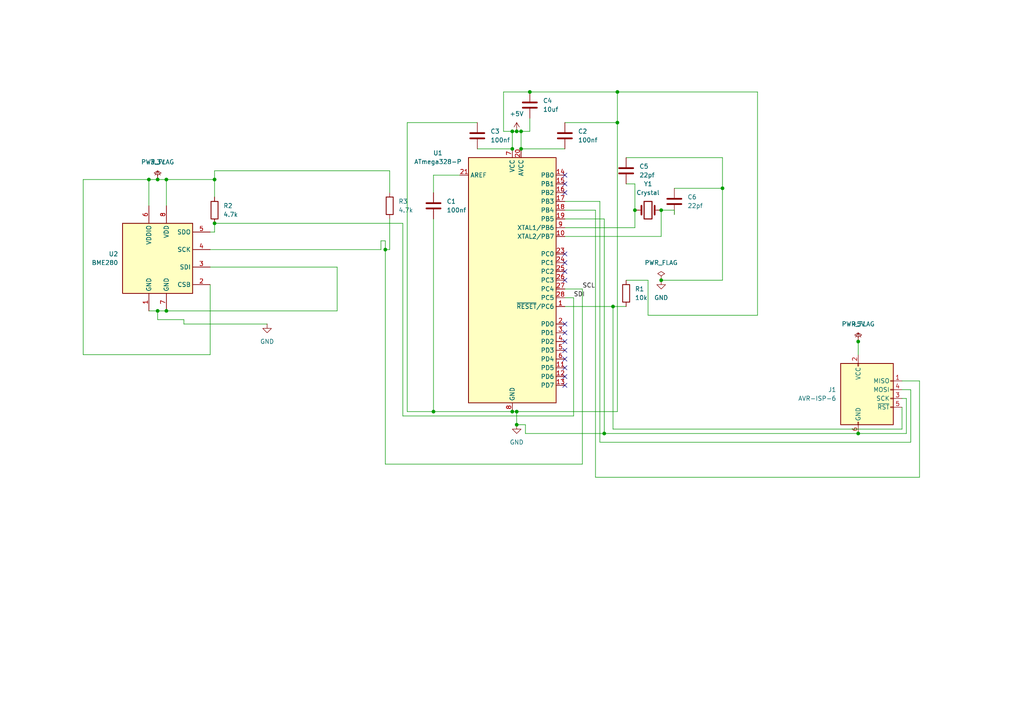
<source format=kicad_sch>
(kicad_sch
	(version 20250114)
	(generator "eeschema")
	(generator_version "9.0")
	(uuid "5c79c415-9f4a-4993-ab53-738d0c49f1f8")
	(paper "A4")
	(lib_symbols
		(symbol "Connector:AVR-ISP-6"
			(pin_names
				(offset 1.016)
			)
			(exclude_from_sim no)
			(in_bom yes)
			(on_board yes)
			(property "Reference" "J"
				(at -6.35 11.43 0)
				(effects
					(font
						(size 1.27 1.27)
					)
					(justify left)
				)
			)
			(property "Value" "AVR-ISP-6"
				(at 0 11.43 0)
				(effects
					(font
						(size 1.27 1.27)
					)
					(justify left)
				)
			)
			(property "Footprint" ""
				(at -6.35 1.27 90)
				(effects
					(font
						(size 1.27 1.27)
					)
					(hide yes)
				)
			)
			(property "Datasheet" "~"
				(at -32.385 -13.97 0)
				(effects
					(font
						(size 1.27 1.27)
					)
					(hide yes)
				)
			)
			(property "Description" "Atmel 6-pin ISP connector"
				(at 0 0 0)
				(effects
					(font
						(size 1.27 1.27)
					)
					(hide yes)
				)
			)
			(property "ki_keywords" "AVR ISP Connector"
				(at 0 0 0)
				(effects
					(font
						(size 1.27 1.27)
					)
					(hide yes)
				)
			)
			(property "ki_fp_filters" "IDC?Header*2x03* Pin?Header*2x03*"
				(at 0 0 0)
				(effects
					(font
						(size 1.27 1.27)
					)
					(hide yes)
				)
			)
			(symbol "AVR-ISP-6_0_1"
				(rectangle
					(start -2.667 10.16)
					(end -2.413 9.398)
					(stroke
						(width 0)
						(type default)
					)
					(fill
						(type none)
					)
				)
				(rectangle
					(start -2.667 -6.858)
					(end -2.413 -7.62)
					(stroke
						(width 0)
						(type default)
					)
					(fill
						(type none)
					)
				)
				(rectangle
					(start 7.62 10.16)
					(end -7.62 -7.62)
					(stroke
						(width 0.254)
						(type default)
					)
					(fill
						(type background)
					)
				)
				(rectangle
					(start 7.62 5.207)
					(end 6.858 4.953)
					(stroke
						(width 0)
						(type default)
					)
					(fill
						(type none)
					)
				)
				(rectangle
					(start 7.62 2.667)
					(end 6.858 2.413)
					(stroke
						(width 0)
						(type default)
					)
					(fill
						(type none)
					)
				)
				(rectangle
					(start 7.62 0.127)
					(end 6.858 -0.127)
					(stroke
						(width 0)
						(type default)
					)
					(fill
						(type none)
					)
				)
				(rectangle
					(start 7.62 -2.413)
					(end 6.858 -2.667)
					(stroke
						(width 0)
						(type default)
					)
					(fill
						(type none)
					)
				)
			)
			(symbol "AVR-ISP-6_1_1"
				(pin passive line
					(at -2.54 12.7 270)
					(length 2.54)
					(name "VCC"
						(effects
							(font
								(size 1.27 1.27)
							)
						)
					)
					(number "2"
						(effects
							(font
								(size 1.27 1.27)
							)
						)
					)
				)
				(pin passive line
					(at -2.54 -10.16 90)
					(length 2.54)
					(name "GND"
						(effects
							(font
								(size 1.27 1.27)
							)
						)
					)
					(number "6"
						(effects
							(font
								(size 1.27 1.27)
							)
						)
					)
				)
				(pin passive line
					(at 10.16 5.08 180)
					(length 2.54)
					(name "MISO"
						(effects
							(font
								(size 1.27 1.27)
							)
						)
					)
					(number "1"
						(effects
							(font
								(size 1.27 1.27)
							)
						)
					)
				)
				(pin passive line
					(at 10.16 2.54 180)
					(length 2.54)
					(name "MOSI"
						(effects
							(font
								(size 1.27 1.27)
							)
						)
					)
					(number "4"
						(effects
							(font
								(size 1.27 1.27)
							)
						)
					)
				)
				(pin passive line
					(at 10.16 0 180)
					(length 2.54)
					(name "SCK"
						(effects
							(font
								(size 1.27 1.27)
							)
						)
					)
					(number "3"
						(effects
							(font
								(size 1.27 1.27)
							)
						)
					)
				)
				(pin passive line
					(at 10.16 -2.54 180)
					(length 2.54)
					(name "~{RST}"
						(effects
							(font
								(size 1.27 1.27)
							)
						)
					)
					(number "5"
						(effects
							(font
								(size 1.27 1.27)
							)
						)
					)
				)
			)
			(embedded_fonts no)
		)
		(symbol "Device:C"
			(pin_numbers
				(hide yes)
			)
			(pin_names
				(offset 0.254)
			)
			(exclude_from_sim no)
			(in_bom yes)
			(on_board yes)
			(property "Reference" "C"
				(at 0.635 2.54 0)
				(effects
					(font
						(size 1.27 1.27)
					)
					(justify left)
				)
			)
			(property "Value" "C"
				(at 0.635 -2.54 0)
				(effects
					(font
						(size 1.27 1.27)
					)
					(justify left)
				)
			)
			(property "Footprint" ""
				(at 0.9652 -3.81 0)
				(effects
					(font
						(size 1.27 1.27)
					)
					(hide yes)
				)
			)
			(property "Datasheet" "~"
				(at 0 0 0)
				(effects
					(font
						(size 1.27 1.27)
					)
					(hide yes)
				)
			)
			(property "Description" "Unpolarized capacitor"
				(at 0 0 0)
				(effects
					(font
						(size 1.27 1.27)
					)
					(hide yes)
				)
			)
			(property "ki_keywords" "cap capacitor"
				(at 0 0 0)
				(effects
					(font
						(size 1.27 1.27)
					)
					(hide yes)
				)
			)
			(property "ki_fp_filters" "C_*"
				(at 0 0 0)
				(effects
					(font
						(size 1.27 1.27)
					)
					(hide yes)
				)
			)
			(symbol "C_0_1"
				(polyline
					(pts
						(xy -2.032 0.762) (xy 2.032 0.762)
					)
					(stroke
						(width 0.508)
						(type default)
					)
					(fill
						(type none)
					)
				)
				(polyline
					(pts
						(xy -2.032 -0.762) (xy 2.032 -0.762)
					)
					(stroke
						(width 0.508)
						(type default)
					)
					(fill
						(type none)
					)
				)
			)
			(symbol "C_1_1"
				(pin passive line
					(at 0 3.81 270)
					(length 2.794)
					(name "~"
						(effects
							(font
								(size 1.27 1.27)
							)
						)
					)
					(number "1"
						(effects
							(font
								(size 1.27 1.27)
							)
						)
					)
				)
				(pin passive line
					(at 0 -3.81 90)
					(length 2.794)
					(name "~"
						(effects
							(font
								(size 1.27 1.27)
							)
						)
					)
					(number "2"
						(effects
							(font
								(size 1.27 1.27)
							)
						)
					)
				)
			)
			(embedded_fonts no)
		)
		(symbol "Device:Crystal"
			(pin_numbers
				(hide yes)
			)
			(pin_names
				(offset 1.016)
				(hide yes)
			)
			(exclude_from_sim no)
			(in_bom yes)
			(on_board yes)
			(property "Reference" "Y"
				(at 0 3.81 0)
				(effects
					(font
						(size 1.27 1.27)
					)
				)
			)
			(property "Value" "Crystal"
				(at 0 -3.81 0)
				(effects
					(font
						(size 1.27 1.27)
					)
				)
			)
			(property "Footprint" ""
				(at 0 0 0)
				(effects
					(font
						(size 1.27 1.27)
					)
					(hide yes)
				)
			)
			(property "Datasheet" "~"
				(at 0 0 0)
				(effects
					(font
						(size 1.27 1.27)
					)
					(hide yes)
				)
			)
			(property "Description" "Two pin crystal"
				(at 0 0 0)
				(effects
					(font
						(size 1.27 1.27)
					)
					(hide yes)
				)
			)
			(property "ki_keywords" "quartz ceramic resonator oscillator"
				(at 0 0 0)
				(effects
					(font
						(size 1.27 1.27)
					)
					(hide yes)
				)
			)
			(property "ki_fp_filters" "Crystal*"
				(at 0 0 0)
				(effects
					(font
						(size 1.27 1.27)
					)
					(hide yes)
				)
			)
			(symbol "Crystal_0_1"
				(polyline
					(pts
						(xy -2.54 0) (xy -1.905 0)
					)
					(stroke
						(width 0)
						(type default)
					)
					(fill
						(type none)
					)
				)
				(polyline
					(pts
						(xy -1.905 -1.27) (xy -1.905 1.27)
					)
					(stroke
						(width 0.508)
						(type default)
					)
					(fill
						(type none)
					)
				)
				(rectangle
					(start -1.143 2.54)
					(end 1.143 -2.54)
					(stroke
						(width 0.3048)
						(type default)
					)
					(fill
						(type none)
					)
				)
				(polyline
					(pts
						(xy 1.905 -1.27) (xy 1.905 1.27)
					)
					(stroke
						(width 0.508)
						(type default)
					)
					(fill
						(type none)
					)
				)
				(polyline
					(pts
						(xy 2.54 0) (xy 1.905 0)
					)
					(stroke
						(width 0)
						(type default)
					)
					(fill
						(type none)
					)
				)
			)
			(symbol "Crystal_1_1"
				(pin passive line
					(at -3.81 0 0)
					(length 1.27)
					(name "1"
						(effects
							(font
								(size 1.27 1.27)
							)
						)
					)
					(number "1"
						(effects
							(font
								(size 1.27 1.27)
							)
						)
					)
				)
				(pin passive line
					(at 3.81 0 180)
					(length 1.27)
					(name "2"
						(effects
							(font
								(size 1.27 1.27)
							)
						)
					)
					(number "2"
						(effects
							(font
								(size 1.27 1.27)
							)
						)
					)
				)
			)
			(embedded_fonts no)
		)
		(symbol "Device:R"
			(pin_numbers
				(hide yes)
			)
			(pin_names
				(offset 0)
			)
			(exclude_from_sim no)
			(in_bom yes)
			(on_board yes)
			(property "Reference" "R"
				(at 2.032 0 90)
				(effects
					(font
						(size 1.27 1.27)
					)
				)
			)
			(property "Value" "R"
				(at 0 0 90)
				(effects
					(font
						(size 1.27 1.27)
					)
				)
			)
			(property "Footprint" ""
				(at -1.778 0 90)
				(effects
					(font
						(size 1.27 1.27)
					)
					(hide yes)
				)
			)
			(property "Datasheet" "~"
				(at 0 0 0)
				(effects
					(font
						(size 1.27 1.27)
					)
					(hide yes)
				)
			)
			(property "Description" "Resistor"
				(at 0 0 0)
				(effects
					(font
						(size 1.27 1.27)
					)
					(hide yes)
				)
			)
			(property "ki_keywords" "R res resistor"
				(at 0 0 0)
				(effects
					(font
						(size 1.27 1.27)
					)
					(hide yes)
				)
			)
			(property "ki_fp_filters" "R_*"
				(at 0 0 0)
				(effects
					(font
						(size 1.27 1.27)
					)
					(hide yes)
				)
			)
			(symbol "R_0_1"
				(rectangle
					(start -1.016 -2.54)
					(end 1.016 2.54)
					(stroke
						(width 0.254)
						(type default)
					)
					(fill
						(type none)
					)
				)
			)
			(symbol "R_1_1"
				(pin passive line
					(at 0 3.81 270)
					(length 1.27)
					(name "~"
						(effects
							(font
								(size 1.27 1.27)
							)
						)
					)
					(number "1"
						(effects
							(font
								(size 1.27 1.27)
							)
						)
					)
				)
				(pin passive line
					(at 0 -3.81 90)
					(length 1.27)
					(name "~"
						(effects
							(font
								(size 1.27 1.27)
							)
						)
					)
					(number "2"
						(effects
							(font
								(size 1.27 1.27)
							)
						)
					)
				)
			)
			(embedded_fonts no)
		)
		(symbol "MCU_Microchip_ATmega:ATmega328-P"
			(exclude_from_sim no)
			(in_bom yes)
			(on_board yes)
			(property "Reference" "U"
				(at -12.7 36.83 0)
				(effects
					(font
						(size 1.27 1.27)
					)
					(justify left bottom)
				)
			)
			(property "Value" "ATmega328-P"
				(at 2.54 -36.83 0)
				(effects
					(font
						(size 1.27 1.27)
					)
					(justify left top)
				)
			)
			(property "Footprint" "Package_DIP:DIP-28_W7.62mm"
				(at 0 0 0)
				(effects
					(font
						(size 1.27 1.27)
						(italic yes)
					)
					(hide yes)
				)
			)
			(property "Datasheet" "http://ww1.microchip.com/downloads/en/DeviceDoc/ATmega328_P%20AVR%20MCU%20with%20picoPower%20Technology%20Data%20Sheet%2040001984A.pdf"
				(at 0 0 0)
				(effects
					(font
						(size 1.27 1.27)
					)
					(hide yes)
				)
			)
			(property "Description" "20MHz, 32kB Flash, 2kB SRAM, 1kB EEPROM, DIP-28"
				(at 0 0 0)
				(effects
					(font
						(size 1.27 1.27)
					)
					(hide yes)
				)
			)
			(property "ki_keywords" "AVR 8bit Microcontroller MegaAVR"
				(at 0 0 0)
				(effects
					(font
						(size 1.27 1.27)
					)
					(hide yes)
				)
			)
			(property "ki_fp_filters" "DIP*W7.62mm*"
				(at 0 0 0)
				(effects
					(font
						(size 1.27 1.27)
					)
					(hide yes)
				)
			)
			(symbol "ATmega328-P_0_1"
				(rectangle
					(start -12.7 -35.56)
					(end 12.7 35.56)
					(stroke
						(width 0.254)
						(type default)
					)
					(fill
						(type background)
					)
				)
			)
			(symbol "ATmega328-P_1_1"
				(pin passive line
					(at -15.24 30.48 0)
					(length 2.54)
					(name "AREF"
						(effects
							(font
								(size 1.27 1.27)
							)
						)
					)
					(number "21"
						(effects
							(font
								(size 1.27 1.27)
							)
						)
					)
				)
				(pin power_in line
					(at 0 38.1 270)
					(length 2.54)
					(name "VCC"
						(effects
							(font
								(size 1.27 1.27)
							)
						)
					)
					(number "7"
						(effects
							(font
								(size 1.27 1.27)
							)
						)
					)
				)
				(pin passive line
					(at 0 -38.1 90)
					(length 2.54)
					(hide yes)
					(name "GND"
						(effects
							(font
								(size 1.27 1.27)
							)
						)
					)
					(number "22"
						(effects
							(font
								(size 1.27 1.27)
							)
						)
					)
				)
				(pin power_in line
					(at 0 -38.1 90)
					(length 2.54)
					(name "GND"
						(effects
							(font
								(size 1.27 1.27)
							)
						)
					)
					(number "8"
						(effects
							(font
								(size 1.27 1.27)
							)
						)
					)
				)
				(pin power_in line
					(at 2.54 38.1 270)
					(length 2.54)
					(name "AVCC"
						(effects
							(font
								(size 1.27 1.27)
							)
						)
					)
					(number "20"
						(effects
							(font
								(size 1.27 1.27)
							)
						)
					)
				)
				(pin bidirectional line
					(at 15.24 30.48 180)
					(length 2.54)
					(name "PB0"
						(effects
							(font
								(size 1.27 1.27)
							)
						)
					)
					(number "14"
						(effects
							(font
								(size 1.27 1.27)
							)
						)
					)
				)
				(pin bidirectional line
					(at 15.24 27.94 180)
					(length 2.54)
					(name "PB1"
						(effects
							(font
								(size 1.27 1.27)
							)
						)
					)
					(number "15"
						(effects
							(font
								(size 1.27 1.27)
							)
						)
					)
				)
				(pin bidirectional line
					(at 15.24 25.4 180)
					(length 2.54)
					(name "PB2"
						(effects
							(font
								(size 1.27 1.27)
							)
						)
					)
					(number "16"
						(effects
							(font
								(size 1.27 1.27)
							)
						)
					)
				)
				(pin bidirectional line
					(at 15.24 22.86 180)
					(length 2.54)
					(name "PB3"
						(effects
							(font
								(size 1.27 1.27)
							)
						)
					)
					(number "17"
						(effects
							(font
								(size 1.27 1.27)
							)
						)
					)
				)
				(pin bidirectional line
					(at 15.24 20.32 180)
					(length 2.54)
					(name "PB4"
						(effects
							(font
								(size 1.27 1.27)
							)
						)
					)
					(number "18"
						(effects
							(font
								(size 1.27 1.27)
							)
						)
					)
				)
				(pin bidirectional line
					(at 15.24 17.78 180)
					(length 2.54)
					(name "PB5"
						(effects
							(font
								(size 1.27 1.27)
							)
						)
					)
					(number "19"
						(effects
							(font
								(size 1.27 1.27)
							)
						)
					)
				)
				(pin bidirectional line
					(at 15.24 15.24 180)
					(length 2.54)
					(name "XTAL1/PB6"
						(effects
							(font
								(size 1.27 1.27)
							)
						)
					)
					(number "9"
						(effects
							(font
								(size 1.27 1.27)
							)
						)
					)
				)
				(pin bidirectional line
					(at 15.24 12.7 180)
					(length 2.54)
					(name "XTAL2/PB7"
						(effects
							(font
								(size 1.27 1.27)
							)
						)
					)
					(number "10"
						(effects
							(font
								(size 1.27 1.27)
							)
						)
					)
				)
				(pin bidirectional line
					(at 15.24 7.62 180)
					(length 2.54)
					(name "PC0"
						(effects
							(font
								(size 1.27 1.27)
							)
						)
					)
					(number "23"
						(effects
							(font
								(size 1.27 1.27)
							)
						)
					)
				)
				(pin bidirectional line
					(at 15.24 5.08 180)
					(length 2.54)
					(name "PC1"
						(effects
							(font
								(size 1.27 1.27)
							)
						)
					)
					(number "24"
						(effects
							(font
								(size 1.27 1.27)
							)
						)
					)
				)
				(pin bidirectional line
					(at 15.24 2.54 180)
					(length 2.54)
					(name "PC2"
						(effects
							(font
								(size 1.27 1.27)
							)
						)
					)
					(number "25"
						(effects
							(font
								(size 1.27 1.27)
							)
						)
					)
				)
				(pin bidirectional line
					(at 15.24 0 180)
					(length 2.54)
					(name "PC3"
						(effects
							(font
								(size 1.27 1.27)
							)
						)
					)
					(number "26"
						(effects
							(font
								(size 1.27 1.27)
							)
						)
					)
				)
				(pin bidirectional line
					(at 15.24 -2.54 180)
					(length 2.54)
					(name "PC4"
						(effects
							(font
								(size 1.27 1.27)
							)
						)
					)
					(number "27"
						(effects
							(font
								(size 1.27 1.27)
							)
						)
					)
				)
				(pin bidirectional line
					(at 15.24 -5.08 180)
					(length 2.54)
					(name "PC5"
						(effects
							(font
								(size 1.27 1.27)
							)
						)
					)
					(number "28"
						(effects
							(font
								(size 1.27 1.27)
							)
						)
					)
				)
				(pin bidirectional line
					(at 15.24 -7.62 180)
					(length 2.54)
					(name "~{RESET}/PC6"
						(effects
							(font
								(size 1.27 1.27)
							)
						)
					)
					(number "1"
						(effects
							(font
								(size 1.27 1.27)
							)
						)
					)
				)
				(pin bidirectional line
					(at 15.24 -12.7 180)
					(length 2.54)
					(name "PD0"
						(effects
							(font
								(size 1.27 1.27)
							)
						)
					)
					(number "2"
						(effects
							(font
								(size 1.27 1.27)
							)
						)
					)
				)
				(pin bidirectional line
					(at 15.24 -15.24 180)
					(length 2.54)
					(name "PD1"
						(effects
							(font
								(size 1.27 1.27)
							)
						)
					)
					(number "3"
						(effects
							(font
								(size 1.27 1.27)
							)
						)
					)
				)
				(pin bidirectional line
					(at 15.24 -17.78 180)
					(length 2.54)
					(name "PD2"
						(effects
							(font
								(size 1.27 1.27)
							)
						)
					)
					(number "4"
						(effects
							(font
								(size 1.27 1.27)
							)
						)
					)
				)
				(pin bidirectional line
					(at 15.24 -20.32 180)
					(length 2.54)
					(name "PD3"
						(effects
							(font
								(size 1.27 1.27)
							)
						)
					)
					(number "5"
						(effects
							(font
								(size 1.27 1.27)
							)
						)
					)
				)
				(pin bidirectional line
					(at 15.24 -22.86 180)
					(length 2.54)
					(name "PD4"
						(effects
							(font
								(size 1.27 1.27)
							)
						)
					)
					(number "6"
						(effects
							(font
								(size 1.27 1.27)
							)
						)
					)
				)
				(pin bidirectional line
					(at 15.24 -25.4 180)
					(length 2.54)
					(name "PD5"
						(effects
							(font
								(size 1.27 1.27)
							)
						)
					)
					(number "11"
						(effects
							(font
								(size 1.27 1.27)
							)
						)
					)
				)
				(pin bidirectional line
					(at 15.24 -27.94 180)
					(length 2.54)
					(name "PD6"
						(effects
							(font
								(size 1.27 1.27)
							)
						)
					)
					(number "12"
						(effects
							(font
								(size 1.27 1.27)
							)
						)
					)
				)
				(pin bidirectional line
					(at 15.24 -30.48 180)
					(length 2.54)
					(name "PD7"
						(effects
							(font
								(size 1.27 1.27)
							)
						)
					)
					(number "13"
						(effects
							(font
								(size 1.27 1.27)
							)
						)
					)
				)
			)
			(embedded_fonts no)
		)
		(symbol "Sensor:BME280"
			(exclude_from_sim no)
			(in_bom yes)
			(on_board yes)
			(property "Reference" "U"
				(at -8.89 11.43 0)
				(effects
					(font
						(size 1.27 1.27)
					)
				)
			)
			(property "Value" "BME280"
				(at 7.62 11.43 0)
				(effects
					(font
						(size 1.27 1.27)
					)
				)
			)
			(property "Footprint" "Package_LGA:Bosch_LGA-8_2.5x2.5mm_P0.65mm_ClockwisePinNumbering"
				(at 38.1 -11.43 0)
				(effects
					(font
						(size 1.27 1.27)
					)
					(hide yes)
				)
			)
			(property "Datasheet" "https://www.bosch-sensortec.com/media/boschsensortec/downloads/datasheets/bst-bme280-ds002.pdf"
				(at 0 -5.08 0)
				(effects
					(font
						(size 1.27 1.27)
					)
					(hide yes)
				)
			)
			(property "Description" "3-in-1 sensor, humidity, pressure, temperature, I2C and SPI interface, 1.71-3.6V, LGA-8"
				(at 0 0 0)
				(effects
					(font
						(size 1.27 1.27)
					)
					(hide yes)
				)
			)
			(property "ki_keywords" "Bosch pressure humidity temperature environment environmental measurement digital"
				(at 0 0 0)
				(effects
					(font
						(size 1.27 1.27)
					)
					(hide yes)
				)
			)
			(property "ki_fp_filters" "*LGA*2.5x2.5mm*P0.65mm*Clockwise*"
				(at 0 0 0)
				(effects
					(font
						(size 1.27 1.27)
					)
					(hide yes)
				)
			)
			(symbol "BME280_0_1"
				(rectangle
					(start -10.16 10.16)
					(end 10.16 -10.16)
					(stroke
						(width 0.254)
						(type default)
					)
					(fill
						(type background)
					)
				)
			)
			(symbol "BME280_1_1"
				(pin power_in line
					(at -2.54 15.24 270)
					(length 5.08)
					(name "VDDIO"
						(effects
							(font
								(size 1.27 1.27)
							)
						)
					)
					(number "6"
						(effects
							(font
								(size 1.27 1.27)
							)
						)
					)
				)
				(pin power_in line
					(at -2.54 -15.24 90)
					(length 5.08)
					(name "GND"
						(effects
							(font
								(size 1.27 1.27)
							)
						)
					)
					(number "1"
						(effects
							(font
								(size 1.27 1.27)
							)
						)
					)
				)
				(pin power_in line
					(at 2.54 15.24 270)
					(length 5.08)
					(name "VDD"
						(effects
							(font
								(size 1.27 1.27)
							)
						)
					)
					(number "8"
						(effects
							(font
								(size 1.27 1.27)
							)
						)
					)
				)
				(pin power_in line
					(at 2.54 -15.24 90)
					(length 5.08)
					(name "GND"
						(effects
							(font
								(size 1.27 1.27)
							)
						)
					)
					(number "7"
						(effects
							(font
								(size 1.27 1.27)
							)
						)
					)
				)
				(pin bidirectional line
					(at 15.24 7.62 180)
					(length 5.08)
					(name "SDO"
						(effects
							(font
								(size 1.27 1.27)
							)
						)
					)
					(number "5"
						(effects
							(font
								(size 1.27 1.27)
							)
						)
					)
				)
				(pin input line
					(at 15.24 2.54 180)
					(length 5.08)
					(name "SCK"
						(effects
							(font
								(size 1.27 1.27)
							)
						)
					)
					(number "4"
						(effects
							(font
								(size 1.27 1.27)
							)
						)
					)
				)
				(pin bidirectional line
					(at 15.24 -2.54 180)
					(length 5.08)
					(name "SDI"
						(effects
							(font
								(size 1.27 1.27)
							)
						)
					)
					(number "3"
						(effects
							(font
								(size 1.27 1.27)
							)
						)
					)
				)
				(pin input line
					(at 15.24 -7.62 180)
					(length 5.08)
					(name "CSB"
						(effects
							(font
								(size 1.27 1.27)
							)
						)
					)
					(number "2"
						(effects
							(font
								(size 1.27 1.27)
							)
						)
					)
				)
			)
			(embedded_fonts no)
		)
		(symbol "power:+5V"
			(power)
			(pin_numbers
				(hide yes)
			)
			(pin_names
				(offset 0)
				(hide yes)
			)
			(exclude_from_sim no)
			(in_bom yes)
			(on_board yes)
			(property "Reference" "#PWR"
				(at 0 -3.81 0)
				(effects
					(font
						(size 1.27 1.27)
					)
					(hide yes)
				)
			)
			(property "Value" "+5V"
				(at 0 3.556 0)
				(effects
					(font
						(size 1.27 1.27)
					)
				)
			)
			(property "Footprint" ""
				(at 0 0 0)
				(effects
					(font
						(size 1.27 1.27)
					)
					(hide yes)
				)
			)
			(property "Datasheet" ""
				(at 0 0 0)
				(effects
					(font
						(size 1.27 1.27)
					)
					(hide yes)
				)
			)
			(property "Description" "Power symbol creates a global label with name \"+5V\""
				(at 0 0 0)
				(effects
					(font
						(size 1.27 1.27)
					)
					(hide yes)
				)
			)
			(property "ki_keywords" "global power"
				(at 0 0 0)
				(effects
					(font
						(size 1.27 1.27)
					)
					(hide yes)
				)
			)
			(symbol "+5V_0_1"
				(polyline
					(pts
						(xy -0.762 1.27) (xy 0 2.54)
					)
					(stroke
						(width 0)
						(type default)
					)
					(fill
						(type none)
					)
				)
				(polyline
					(pts
						(xy 0 2.54) (xy 0.762 1.27)
					)
					(stroke
						(width 0)
						(type default)
					)
					(fill
						(type none)
					)
				)
				(polyline
					(pts
						(xy 0 0) (xy 0 2.54)
					)
					(stroke
						(width 0)
						(type default)
					)
					(fill
						(type none)
					)
				)
			)
			(symbol "+5V_1_1"
				(pin power_in line
					(at 0 0 90)
					(length 0)
					(name "~"
						(effects
							(font
								(size 1.27 1.27)
							)
						)
					)
					(number "1"
						(effects
							(font
								(size 1.27 1.27)
							)
						)
					)
				)
			)
			(embedded_fonts no)
		)
		(symbol "power:GND"
			(power)
			(pin_numbers
				(hide yes)
			)
			(pin_names
				(offset 0)
				(hide yes)
			)
			(exclude_from_sim no)
			(in_bom yes)
			(on_board yes)
			(property "Reference" "#PWR"
				(at 0 -6.35 0)
				(effects
					(font
						(size 1.27 1.27)
					)
					(hide yes)
				)
			)
			(property "Value" "GND"
				(at 0 -3.81 0)
				(effects
					(font
						(size 1.27 1.27)
					)
				)
			)
			(property "Footprint" ""
				(at 0 0 0)
				(effects
					(font
						(size 1.27 1.27)
					)
					(hide yes)
				)
			)
			(property "Datasheet" ""
				(at 0 0 0)
				(effects
					(font
						(size 1.27 1.27)
					)
					(hide yes)
				)
			)
			(property "Description" "Power symbol creates a global label with name \"GND\" , ground"
				(at 0 0 0)
				(effects
					(font
						(size 1.27 1.27)
					)
					(hide yes)
				)
			)
			(property "ki_keywords" "global power"
				(at 0 0 0)
				(effects
					(font
						(size 1.27 1.27)
					)
					(hide yes)
				)
			)
			(symbol "GND_0_1"
				(polyline
					(pts
						(xy 0 0) (xy 0 -1.27) (xy 1.27 -1.27) (xy 0 -2.54) (xy -1.27 -1.27) (xy 0 -1.27)
					)
					(stroke
						(width 0)
						(type default)
					)
					(fill
						(type none)
					)
				)
			)
			(symbol "GND_1_1"
				(pin power_in line
					(at 0 0 270)
					(length 0)
					(name "~"
						(effects
							(font
								(size 1.27 1.27)
							)
						)
					)
					(number "1"
						(effects
							(font
								(size 1.27 1.27)
							)
						)
					)
				)
			)
			(embedded_fonts no)
		)
		(symbol "power:PWR_FLAG"
			(power)
			(pin_numbers
				(hide yes)
			)
			(pin_names
				(offset 0)
				(hide yes)
			)
			(exclude_from_sim no)
			(in_bom yes)
			(on_board yes)
			(property "Reference" "#FLG"
				(at 0 1.905 0)
				(effects
					(font
						(size 1.27 1.27)
					)
					(hide yes)
				)
			)
			(property "Value" "PWR_FLAG"
				(at 0 3.81 0)
				(effects
					(font
						(size 1.27 1.27)
					)
				)
			)
			(property "Footprint" ""
				(at 0 0 0)
				(effects
					(font
						(size 1.27 1.27)
					)
					(hide yes)
				)
			)
			(property "Datasheet" "~"
				(at 0 0 0)
				(effects
					(font
						(size 1.27 1.27)
					)
					(hide yes)
				)
			)
			(property "Description" "Special symbol for telling ERC where power comes from"
				(at 0 0 0)
				(effects
					(font
						(size 1.27 1.27)
					)
					(hide yes)
				)
			)
			(property "ki_keywords" "flag power"
				(at 0 0 0)
				(effects
					(font
						(size 1.27 1.27)
					)
					(hide yes)
				)
			)
			(symbol "PWR_FLAG_0_0"
				(pin power_out line
					(at 0 0 90)
					(length 0)
					(name "~"
						(effects
							(font
								(size 1.27 1.27)
							)
						)
					)
					(number "1"
						(effects
							(font
								(size 1.27 1.27)
							)
						)
					)
				)
			)
			(symbol "PWR_FLAG_0_1"
				(polyline
					(pts
						(xy 0 0) (xy 0 1.27) (xy -1.016 1.905) (xy 0 2.54) (xy 1.016 1.905) (xy 0 1.27)
					)
					(stroke
						(width 0)
						(type default)
					)
					(fill
						(type none)
					)
				)
			)
			(embedded_fonts no)
		)
	)
	(junction
		(at 177.8 88.9)
		(diameter 0)
		(color 0 0 0 0)
		(uuid "0466f926-9a1f-4153-8add-fdbc0e03f905")
	)
	(junction
		(at 48.26 90.17)
		(diameter 0)
		(color 0 0 0 0)
		(uuid "14679623-855f-4584-b9d6-3c217918656c")
	)
	(junction
		(at 184.15 60.96)
		(diameter 0)
		(color 0 0 0 0)
		(uuid "15af52d6-3663-4edf-91e3-7cf8d9bae8f9")
	)
	(junction
		(at 149.86 123.19)
		(diameter 0)
		(color 0 0 0 0)
		(uuid "2451f859-0fc3-4b1d-b706-f2486d975304")
	)
	(junction
		(at 148.59 43.18)
		(diameter 0)
		(color 0 0 0 0)
		(uuid "25951c81-0939-4be7-8cb7-ce936131ce25")
	)
	(junction
		(at 149.86 119.38)
		(diameter 0)
		(color 0 0 0 0)
		(uuid "268a1784-5939-4f2c-807a-754ff6a38e21")
	)
	(junction
		(at 111.76 72.39)
		(diameter 0)
		(color 0 0 0 0)
		(uuid "28813398-3e4b-42f8-a11f-451761573ce9")
	)
	(junction
		(at 43.18 52.07)
		(diameter 0)
		(color 0 0 0 0)
		(uuid "2a299e87-8b38-4bcd-b2d9-3ef8c98ef7ed")
	)
	(junction
		(at 45.72 90.17)
		(diameter 0)
		(color 0 0 0 0)
		(uuid "2e8b6ad1-c543-4caf-a567-ebb4d73a6457")
	)
	(junction
		(at 45.72 52.07)
		(diameter 0)
		(color 0 0 0 0)
		(uuid "2f0f95b6-0829-4b5c-82f6-d3dadfc26b61")
	)
	(junction
		(at 148.59 38.1)
		(diameter 0)
		(color 0 0 0 0)
		(uuid "316210b8-cd55-467b-b1b9-e449a9db9347")
	)
	(junction
		(at 175.26 125.73)
		(diameter 0)
		(color 0 0 0 0)
		(uuid "366eeb01-a190-40a6-846f-4e6f271077ec")
	)
	(junction
		(at 153.67 26.67)
		(diameter 0)
		(color 0 0 0 0)
		(uuid "3cf3f0da-646f-4dbd-b45b-abf90510261c")
	)
	(junction
		(at 248.92 99.06)
		(diameter 0)
		(color 0 0 0 0)
		(uuid "4450f912-23e7-4409-a0ec-cc34bb78b76a")
	)
	(junction
		(at 191.77 81.28)
		(diameter 0)
		(color 0 0 0 0)
		(uuid "47fc4c0c-addc-4d4c-89e3-fe10ed961995")
	)
	(junction
		(at 179.07 26.67)
		(diameter 0)
		(color 0 0 0 0)
		(uuid "58d7049d-93e2-4244-9c74-51f0cf1d3cdf")
	)
	(junction
		(at 151.13 38.1)
		(diameter 0)
		(color 0 0 0 0)
		(uuid "650a52ef-5980-47e6-a06d-fb528edb6196")
	)
	(junction
		(at 248.92 125.73)
		(diameter 0)
		(color 0 0 0 0)
		(uuid "728aea6f-6772-45a7-8a88-66489096a8a4")
	)
	(junction
		(at 149.86 38.1)
		(diameter 0)
		(color 0 0 0 0)
		(uuid "7aaecf8a-81cf-44f3-9a37-39c9b7d6af2a")
	)
	(junction
		(at 209.55 54.61)
		(diameter 0)
		(color 0 0 0 0)
		(uuid "8d68e0e0-c31a-4d93-826d-dd1843831ea9")
	)
	(junction
		(at 62.23 64.77)
		(diameter 0)
		(color 0 0 0 0)
		(uuid "a525ef1d-7687-441d-a367-be534d79b00e")
	)
	(junction
		(at 62.23 52.07)
		(diameter 0)
		(color 0 0 0 0)
		(uuid "ca71c5eb-da71-47bc-98e0-282f7085b3d1")
	)
	(junction
		(at 148.59 119.38)
		(diameter 0)
		(color 0 0 0 0)
		(uuid "d16aa849-498c-46c8-a5df-e6b15623aa8e")
	)
	(junction
		(at 151.13 43.18)
		(diameter 0)
		(color 0 0 0 0)
		(uuid "ddf8efae-2aaf-4d2a-8876-60e53fc200fc")
	)
	(junction
		(at 191.77 60.96)
		(diameter 0)
		(color 0 0 0 0)
		(uuid "e08fe59d-2030-47f4-924a-92e5eee28e1c")
	)
	(junction
		(at 179.07 35.56)
		(diameter 0)
		(color 0 0 0 0)
		(uuid "e6df7d6d-7753-4ac5-bfb5-85d9e063b720")
	)
	(junction
		(at 125.73 119.38)
		(diameter 0)
		(color 0 0 0 0)
		(uuid "f4aee8ad-e46e-44c2-9f88-70e2fcc99c3c")
	)
	(junction
		(at 48.26 52.07)
		(diameter 0)
		(color 0 0 0 0)
		(uuid "fcaff535-0cc1-4985-af6c-bacbc435c19c")
	)
	(no_connect
		(at 163.83 78.74)
		(uuid "12760bed-ab7f-40d7-af07-64bd9db0e5b1")
	)
	(no_connect
		(at 163.83 76.2)
		(uuid "1782c3c6-812f-47f5-95b6-406332639f30")
	)
	(no_connect
		(at 163.83 109.22)
		(uuid "1a2f38d0-3c04-4798-a7b4-5b707601a340")
	)
	(no_connect
		(at 163.83 111.76)
		(uuid "382a0885-4c10-469b-862f-5b0cff039cef")
	)
	(no_connect
		(at 163.83 99.06)
		(uuid "3c97b170-c5f7-48b9-b947-c86d96f6969e")
	)
	(no_connect
		(at 163.83 50.8)
		(uuid "4d5def48-262e-43c5-b763-c348bb762e05")
	)
	(no_connect
		(at 163.83 106.68)
		(uuid "519d846b-ff0d-435b-bc86-4c62b560af57")
	)
	(no_connect
		(at 163.83 93.98)
		(uuid "56e0166e-1da9-4c83-8037-40f051214a9e")
	)
	(no_connect
		(at 163.83 81.28)
		(uuid "8391507e-d87d-4530-8975-255405abd9dd")
	)
	(no_connect
		(at 163.83 73.66)
		(uuid "e03f75ce-5634-4e93-9df6-bc57afbb80de")
	)
	(no_connect
		(at 163.83 55.88)
		(uuid "e059aad4-d515-4e6b-af63-b22a64ab7130")
	)
	(no_connect
		(at 163.83 101.6)
		(uuid "e2c07a18-2fd5-4acf-965a-011fadd64d06")
	)
	(no_connect
		(at 163.83 96.52)
		(uuid "f158e013-0ddb-45a5-a423-513a10d6f3f1")
	)
	(no_connect
		(at 163.83 53.34)
		(uuid "f21a3770-89f1-4451-a524-5cb1a212ff62")
	)
	(no_connect
		(at 163.83 104.14)
		(uuid "ff46342a-c218-4c2b-8bf1-6e91313de961")
	)
	(wire
		(pts
			(xy 209.55 81.28) (xy 191.77 81.28)
		)
		(stroke
			(width 0)
			(type default)
		)
		(uuid "01e2a052-7bfa-44c6-be84-5cbe637004a7")
	)
	(wire
		(pts
			(xy 175.26 125.73) (xy 175.26 63.5)
		)
		(stroke
			(width 0)
			(type default)
		)
		(uuid "02ebb580-fbc6-4dbe-80a9-56beac01e855")
	)
	(wire
		(pts
			(xy 111.76 134.62) (xy 168.91 134.62)
		)
		(stroke
			(width 0)
			(type default)
		)
		(uuid "04932eae-8de1-4501-a92d-096274fb5740")
	)
	(wire
		(pts
			(xy 151.13 38.1) (xy 149.86 38.1)
		)
		(stroke
			(width 0)
			(type default)
		)
		(uuid "061ef3d8-72bd-4743-87fb-135da3ee0e96")
	)
	(wire
		(pts
			(xy 152.4 123.19) (xy 152.4 125.73)
		)
		(stroke
			(width 0)
			(type default)
		)
		(uuid "0778f89b-1474-43e4-9ae7-302db9884f4b")
	)
	(wire
		(pts
			(xy 48.26 90.17) (xy 97.79 90.17)
		)
		(stroke
			(width 0)
			(type default)
		)
		(uuid "09ac6461-f1d9-4ec0-bb00-61218572edf6")
	)
	(wire
		(pts
			(xy 179.07 26.67) (xy 179.07 35.56)
		)
		(stroke
			(width 0)
			(type default)
		)
		(uuid "0c85bc76-5d70-4928-8ad6-5f7b1f9c94b6")
	)
	(wire
		(pts
			(xy 116.84 120.65) (xy 166.37 120.65)
		)
		(stroke
			(width 0)
			(type default)
		)
		(uuid "0e6c9068-3ab4-4e1c-b586-5e1c9e38ad2f")
	)
	(wire
		(pts
			(xy 163.83 60.96) (xy 172.72 60.96)
		)
		(stroke
			(width 0)
			(type default)
		)
		(uuid "17d43cfb-81c3-49d3-b5bd-2a009ad72ec1")
	)
	(wire
		(pts
			(xy 60.96 77.47) (xy 97.79 77.47)
		)
		(stroke
			(width 0)
			(type default)
		)
		(uuid "18cfdcb0-f18a-4a01-8e4f-da6f11604115")
	)
	(wire
		(pts
			(xy 151.13 43.18) (xy 163.83 43.18)
		)
		(stroke
			(width 0)
			(type default)
		)
		(uuid "1a546798-c08e-400f-a529-96f4317b125b")
	)
	(wire
		(pts
			(xy 152.4 123.19) (xy 149.86 123.19)
		)
		(stroke
			(width 0)
			(type default)
		)
		(uuid "1b2e13a9-c226-4fbe-a54c-7b8d586fdfb2")
	)
	(wire
		(pts
			(xy 261.62 118.11) (xy 261.62 124.46)
		)
		(stroke
			(width 0)
			(type default)
		)
		(uuid "218fbf38-c624-4efc-8eae-31562051a78a")
	)
	(wire
		(pts
			(xy 62.23 57.15) (xy 62.23 52.07)
		)
		(stroke
			(width 0)
			(type default)
		)
		(uuid "21cfb16d-df0c-480a-901d-f8f8bf736c05")
	)
	(wire
		(pts
			(xy 163.83 68.58) (xy 191.77 68.58)
		)
		(stroke
			(width 0)
			(type default)
		)
		(uuid "2844194f-461f-494d-9506-94a6e8917410")
	)
	(wire
		(pts
			(xy 261.62 124.46) (xy 177.8 124.46)
		)
		(stroke
			(width 0)
			(type default)
		)
		(uuid "2af1b489-7a29-41cc-80b1-e4bd38489433")
	)
	(wire
		(pts
			(xy 179.07 26.67) (xy 153.67 26.67)
		)
		(stroke
			(width 0)
			(type default)
		)
		(uuid "2ebff45e-e406-434c-81e5-4ada9e3fec15")
	)
	(wire
		(pts
			(xy 184.15 60.96) (xy 184.15 53.34)
		)
		(stroke
			(width 0)
			(type default)
		)
		(uuid "309290e1-2d34-4822-8f75-e2cad0ce66c7")
	)
	(wire
		(pts
			(xy 60.96 102.87) (xy 24.13 102.87)
		)
		(stroke
			(width 0)
			(type default)
		)
		(uuid "36f6fa61-c71b-4dd3-9e47-0f35a52b3bbf")
	)
	(wire
		(pts
			(xy 187.96 91.44) (xy 219.71 91.44)
		)
		(stroke
			(width 0)
			(type default)
		)
		(uuid "37c4c5e9-d21b-4a92-abbb-4da1177e8cb9")
	)
	(wire
		(pts
			(xy 181.61 45.72) (xy 209.55 45.72)
		)
		(stroke
			(width 0)
			(type default)
		)
		(uuid "3a236cec-c266-457f-a8cf-b74a264a4804")
	)
	(wire
		(pts
			(xy 53.34 93.98) (xy 77.47 93.98)
		)
		(stroke
			(width 0)
			(type default)
		)
		(uuid "3a8ca637-896d-472b-b919-b7e1b628f2e2")
	)
	(wire
		(pts
			(xy 45.72 92.71) (xy 53.34 92.71)
		)
		(stroke
			(width 0)
			(type default)
		)
		(uuid "3c3f626a-1435-4b3c-8ddc-232ec7019583")
	)
	(wire
		(pts
			(xy 151.13 38.1) (xy 153.67 38.1)
		)
		(stroke
			(width 0)
			(type default)
		)
		(uuid "3ece0bb1-8544-49f8-aadf-54b4eb95cda6")
	)
	(wire
		(pts
			(xy 177.8 88.9) (xy 181.61 88.9)
		)
		(stroke
			(width 0)
			(type default)
		)
		(uuid "4046db78-4ffe-44b4-a4e7-0b243de03508")
	)
	(wire
		(pts
			(xy 209.55 54.61) (xy 195.58 54.61)
		)
		(stroke
			(width 0)
			(type default)
		)
		(uuid "4499ce78-2882-4c9c-818a-32585969e0b2")
	)
	(wire
		(pts
			(xy 43.18 52.07) (xy 45.72 52.07)
		)
		(stroke
			(width 0)
			(type default)
		)
		(uuid "44dfefc5-bc58-45ad-881b-63c299173e52")
	)
	(wire
		(pts
			(xy 118.11 35.56) (xy 118.11 119.38)
		)
		(stroke
			(width 0)
			(type default)
		)
		(uuid "48bb0908-c34a-42ba-b8ff-0f01db9a721b")
	)
	(wire
		(pts
			(xy 184.15 53.34) (xy 181.61 53.34)
		)
		(stroke
			(width 0)
			(type default)
		)
		(uuid "491398ce-a8f6-459c-8d4c-56244ec468ea")
	)
	(wire
		(pts
			(xy 168.91 134.62) (xy 168.91 83.82)
		)
		(stroke
			(width 0)
			(type default)
		)
		(uuid "49442df2-d346-4ef9-8063-f12c2d6fb095")
	)
	(wire
		(pts
			(xy 219.71 91.44) (xy 219.71 26.67)
		)
		(stroke
			(width 0)
			(type default)
		)
		(uuid "4a027bb9-fa9e-4655-aa3f-f28c9321db6d")
	)
	(wire
		(pts
			(xy 149.86 123.19) (xy 149.86 119.38)
		)
		(stroke
			(width 0)
			(type default)
		)
		(uuid "4cc4e4e0-5c1a-42e7-984f-427722a40a66")
	)
	(wire
		(pts
			(xy 266.7 110.49) (xy 261.62 110.49)
		)
		(stroke
			(width 0)
			(type default)
		)
		(uuid "4f93200b-7381-4546-8410-53a5e3533268")
	)
	(wire
		(pts
			(xy 125.73 50.8) (xy 125.73 55.88)
		)
		(stroke
			(width 0)
			(type default)
		)
		(uuid "5351b3b4-73c4-45fc-929f-c0f73bcf8613")
	)
	(wire
		(pts
			(xy 148.59 43.18) (xy 148.59 38.1)
		)
		(stroke
			(width 0)
			(type default)
		)
		(uuid "59201071-d1dd-49be-ba7b-54ad4dd06603")
	)
	(wire
		(pts
			(xy 191.77 60.96) (xy 195.58 60.96)
		)
		(stroke
			(width 0)
			(type default)
		)
		(uuid "5a16516a-05af-435f-bf7b-a3ce60b2d95e")
	)
	(wire
		(pts
			(xy 146.05 26.67) (xy 146.05 38.1)
		)
		(stroke
			(width 0)
			(type default)
		)
		(uuid "5fb47d43-7127-4e8b-8ac6-b69718df2aae")
	)
	(wire
		(pts
			(xy 248.92 99.06) (xy 248.92 102.87)
		)
		(stroke
			(width 0)
			(type default)
		)
		(uuid "5ff86aa3-1185-45dc-9f39-ac04a974fcd8")
	)
	(wire
		(pts
			(xy 168.91 83.82) (xy 163.83 83.82)
		)
		(stroke
			(width 0)
			(type default)
		)
		(uuid "63ac93a0-a736-4e90-ab5b-264ae775bb5a")
	)
	(wire
		(pts
			(xy 151.13 43.18) (xy 151.13 38.1)
		)
		(stroke
			(width 0)
			(type default)
		)
		(uuid "671fbbd1-3f6f-4fa0-bbb8-b2720b066c8b")
	)
	(wire
		(pts
			(xy 118.11 119.38) (xy 125.73 119.38)
		)
		(stroke
			(width 0)
			(type default)
		)
		(uuid "6abd129b-5ad6-4b12-ad1a-a04ca513bae6")
	)
	(wire
		(pts
			(xy 166.37 86.36) (xy 163.83 86.36)
		)
		(stroke
			(width 0)
			(type default)
		)
		(uuid "6b13db01-d0b8-4140-aa5c-ea41d9ab1769")
	)
	(wire
		(pts
			(xy 177.8 124.46) (xy 177.8 88.9)
		)
		(stroke
			(width 0)
			(type default)
		)
		(uuid "6f965614-7c9a-4b20-b750-183187d3ff0c")
	)
	(wire
		(pts
			(xy 43.18 59.69) (xy 43.18 52.07)
		)
		(stroke
			(width 0)
			(type default)
		)
		(uuid "7401380e-f8b2-4027-aac7-aa2efa3a440d")
	)
	(wire
		(pts
			(xy 262.89 125.73) (xy 248.92 125.73)
		)
		(stroke
			(width 0)
			(type default)
		)
		(uuid "761f4ddf-58d4-4718-ad6a-df2820f8d59c")
	)
	(wire
		(pts
			(xy 266.7 138.43) (xy 266.7 110.49)
		)
		(stroke
			(width 0)
			(type default)
		)
		(uuid "7a388fee-dcd0-490e-acaf-2ea0127ad354")
	)
	(wire
		(pts
			(xy 138.43 35.56) (xy 118.11 35.56)
		)
		(stroke
			(width 0)
			(type default)
		)
		(uuid "7dc38e25-c14c-478a-8642-83e03d187c87")
	)
	(wire
		(pts
			(xy 163.83 66.04) (xy 184.15 66.04)
		)
		(stroke
			(width 0)
			(type default)
		)
		(uuid "7e5a128a-04dd-4b7e-8b66-83f8144f1925")
	)
	(wire
		(pts
			(xy 45.72 90.17) (xy 48.26 90.17)
		)
		(stroke
			(width 0)
			(type default)
		)
		(uuid "7f554ae2-0ac7-4610-9115-cb86db557fc8")
	)
	(wire
		(pts
			(xy 181.61 81.28) (xy 187.96 81.28)
		)
		(stroke
			(width 0)
			(type default)
		)
		(uuid "83052590-679a-4ab8-b9b8-d9c4c30e74b5")
	)
	(wire
		(pts
			(xy 62.23 64.77) (xy 116.84 64.77)
		)
		(stroke
			(width 0)
			(type default)
		)
		(uuid "834a7ef7-500e-49be-ba65-858936cf3c92")
	)
	(wire
		(pts
			(xy 175.26 125.73) (xy 248.92 125.73)
		)
		(stroke
			(width 0)
			(type default)
		)
		(uuid "84c267f2-ce76-4995-a71e-71d8ff3d8282")
	)
	(wire
		(pts
			(xy 172.72 138.43) (xy 266.7 138.43)
		)
		(stroke
			(width 0)
			(type default)
		)
		(uuid "86d74707-cc6e-4f25-8625-bac0e5feef87")
	)
	(wire
		(pts
			(xy 153.67 26.67) (xy 146.05 26.67)
		)
		(stroke
			(width 0)
			(type default)
		)
		(uuid "8a9f8680-8605-4816-8351-fb843c497dd7")
	)
	(wire
		(pts
			(xy 173.99 58.42) (xy 163.83 58.42)
		)
		(stroke
			(width 0)
			(type default)
		)
		(uuid "8eea80b9-6669-4099-ac13-075c87151b26")
	)
	(wire
		(pts
			(xy 110.49 72.39) (xy 60.96 72.39)
		)
		(stroke
			(width 0)
			(type default)
		)
		(uuid "8f0189be-e604-493c-bd07-c22cbc46ea61")
	)
	(wire
		(pts
			(xy 48.26 59.69) (xy 48.26 52.07)
		)
		(stroke
			(width 0)
			(type default)
		)
		(uuid "92487211-8853-4b10-9459-91c164bf72da")
	)
	(wire
		(pts
			(xy 113.03 49.53) (xy 62.23 49.53)
		)
		(stroke
			(width 0)
			(type default)
		)
		(uuid "9319d007-4543-47a5-bacd-035486f449a4")
	)
	(wire
		(pts
			(xy 133.35 50.8) (xy 125.73 50.8)
		)
		(stroke
			(width 0)
			(type default)
		)
		(uuid "93b48d85-75c5-47c3-963a-88990f0a6661")
	)
	(wire
		(pts
			(xy 111.76 69.85) (xy 110.49 69.85)
		)
		(stroke
			(width 0)
			(type default)
		)
		(uuid "95d37324-562c-486a-94df-25179a3285b5")
	)
	(wire
		(pts
			(xy 113.03 72.39) (xy 111.76 72.39)
		)
		(stroke
			(width 0)
			(type default)
		)
		(uuid "9b08f67b-8c41-4ef4-af0c-f1bbb83acc9b")
	)
	(wire
		(pts
			(xy 110.49 69.85) (xy 110.49 72.39)
		)
		(stroke
			(width 0)
			(type default)
		)
		(uuid "9beac3a4-b574-4d29-9e49-3861c9a6b975")
	)
	(wire
		(pts
			(xy 172.72 60.96) (xy 172.72 138.43)
		)
		(stroke
			(width 0)
			(type default)
		)
		(uuid "9c1212fb-a625-4a74-97ce-75af4d7499d6")
	)
	(wire
		(pts
			(xy 179.07 119.38) (xy 149.86 119.38)
		)
		(stroke
			(width 0)
			(type default)
		)
		(uuid "9ff9230f-8bc0-4de0-8ae3-fcbfe9735a2e")
	)
	(wire
		(pts
			(xy 24.13 102.87) (xy 24.13 52.07)
		)
		(stroke
			(width 0)
			(type default)
		)
		(uuid "a1253738-a024-48bb-b006-974b277a6667")
	)
	(wire
		(pts
			(xy 111.76 69.85) (xy 111.76 72.39)
		)
		(stroke
			(width 0)
			(type default)
		)
		(uuid "a9d71959-4a8e-4cb0-b882-56d5b54ce17c")
	)
	(wire
		(pts
			(xy 209.55 54.61) (xy 209.55 81.28)
		)
		(stroke
			(width 0)
			(type default)
		)
		(uuid "acb86635-8e9d-4f34-a990-08b098359cfc")
	)
	(wire
		(pts
			(xy 48.26 52.07) (xy 45.72 52.07)
		)
		(stroke
			(width 0)
			(type default)
		)
		(uuid "af6ce7a4-9dd3-48a1-9883-0d5b687768b1")
	)
	(wire
		(pts
			(xy 179.07 35.56) (xy 179.07 119.38)
		)
		(stroke
			(width 0)
			(type default)
		)
		(uuid "af710287-d39f-4537-9e24-be592f914b04")
	)
	(wire
		(pts
			(xy 149.86 119.38) (xy 148.59 119.38)
		)
		(stroke
			(width 0)
			(type default)
		)
		(uuid "afc36a0d-ba74-4634-b852-c2f0cda17201")
	)
	(wire
		(pts
			(xy 264.16 113.03) (xy 264.16 128.27)
		)
		(stroke
			(width 0)
			(type default)
		)
		(uuid "b042b2a4-513e-48d5-aa89-3fc9e4f93d7f")
	)
	(wire
		(pts
			(xy 187.96 81.28) (xy 187.96 91.44)
		)
		(stroke
			(width 0)
			(type default)
		)
		(uuid "b042f120-dc32-48fd-a04f-8b77575560df")
	)
	(wire
		(pts
			(xy 148.59 38.1) (xy 149.86 38.1)
		)
		(stroke
			(width 0)
			(type default)
		)
		(uuid "b24e6835-eaee-44a2-940d-59a72ddaf905")
	)
	(wire
		(pts
			(xy 195.58 60.96) (xy 195.58 62.23)
		)
		(stroke
			(width 0)
			(type default)
		)
		(uuid "b38a8f99-fddc-4963-89c3-68ca1e4eec1e")
	)
	(wire
		(pts
			(xy 113.03 63.5) (xy 113.03 72.39)
		)
		(stroke
			(width 0)
			(type default)
		)
		(uuid "b5e1cc5a-f228-4ac0-bdab-1c09bf7d38fe")
	)
	(wire
		(pts
			(xy 45.72 90.17) (xy 45.72 92.71)
		)
		(stroke
			(width 0)
			(type default)
		)
		(uuid "b705c473-1b66-49ec-8d63-3622090481b9")
	)
	(wire
		(pts
			(xy 60.96 67.31) (xy 62.23 67.31)
		)
		(stroke
			(width 0)
			(type default)
		)
		(uuid "c0fae944-15d0-4e7b-8cf3-593248009ccc")
	)
	(wire
		(pts
			(xy 163.83 88.9) (xy 177.8 88.9)
		)
		(stroke
			(width 0)
			(type default)
		)
		(uuid "c2ff99cb-d0c8-4aaf-9967-4e4eab792e63")
	)
	(wire
		(pts
			(xy 175.26 63.5) (xy 163.83 63.5)
		)
		(stroke
			(width 0)
			(type default)
		)
		(uuid "c304845b-a5c1-4d61-8ab6-5a037dce881d")
	)
	(wire
		(pts
			(xy 261.62 113.03) (xy 264.16 113.03)
		)
		(stroke
			(width 0)
			(type default)
		)
		(uuid "c538ff6f-dc92-4808-b6b1-0d7359240ff5")
	)
	(wire
		(pts
			(xy 113.03 55.88) (xy 113.03 49.53)
		)
		(stroke
			(width 0)
			(type default)
		)
		(uuid "ca54b958-fcc9-4295-9e62-099bcdf7c3f9")
	)
	(wire
		(pts
			(xy 261.62 115.57) (xy 262.89 115.57)
		)
		(stroke
			(width 0)
			(type default)
		)
		(uuid "cbc76398-ec7e-490f-97e2-99e730afc783")
	)
	(wire
		(pts
			(xy 219.71 26.67) (xy 179.07 26.67)
		)
		(stroke
			(width 0)
			(type default)
		)
		(uuid "ccad236c-4b42-49fb-b265-ef448aca8cab")
	)
	(wire
		(pts
			(xy 209.55 45.72) (xy 209.55 54.61)
		)
		(stroke
			(width 0)
			(type default)
		)
		(uuid "d2e22b44-f030-47c0-9066-5b27a2c3f1b2")
	)
	(wire
		(pts
			(xy 116.84 64.77) (xy 116.84 120.65)
		)
		(stroke
			(width 0)
			(type default)
		)
		(uuid "d3347419-f031-48fa-95f0-54eecf6e0acf")
	)
	(wire
		(pts
			(xy 62.23 52.07) (xy 48.26 52.07)
		)
		(stroke
			(width 0)
			(type default)
		)
		(uuid "d361c5e0-7271-4122-91ec-061b3844feeb")
	)
	(wire
		(pts
			(xy 173.99 128.27) (xy 173.99 58.42)
		)
		(stroke
			(width 0)
			(type default)
		)
		(uuid "d4d48730-0b8f-4090-bfa7-207e168c7b08")
	)
	(wire
		(pts
			(xy 264.16 128.27) (xy 173.99 128.27)
		)
		(stroke
			(width 0)
			(type default)
		)
		(uuid "d5fd189f-ad8e-46f6-b174-fe87f717fe75")
	)
	(wire
		(pts
			(xy 153.67 38.1) (xy 153.67 34.29)
		)
		(stroke
			(width 0)
			(type default)
		)
		(uuid "d64d0e70-bc3b-4a2e-86b9-2aa72fb371d5")
	)
	(wire
		(pts
			(xy 62.23 64.77) (xy 62.23 67.31)
		)
		(stroke
			(width 0)
			(type default)
		)
		(uuid "d7248da5-c4f0-42cf-810a-a4a64c72eba6")
	)
	(wire
		(pts
			(xy 138.43 43.18) (xy 148.59 43.18)
		)
		(stroke
			(width 0)
			(type default)
		)
		(uuid "d8e721d7-b3c2-417f-a7f5-12b66dc99d73")
	)
	(wire
		(pts
			(xy 62.23 49.53) (xy 62.23 52.07)
		)
		(stroke
			(width 0)
			(type default)
		)
		(uuid "e36e8833-c248-4f78-a376-3c40622ada93")
	)
	(wire
		(pts
			(xy 24.13 52.07) (xy 43.18 52.07)
		)
		(stroke
			(width 0)
			(type default)
		)
		(uuid "e38fc496-3d09-4028-8980-896afac38237")
	)
	(wire
		(pts
			(xy 60.96 82.55) (xy 60.96 102.87)
		)
		(stroke
			(width 0)
			(type default)
		)
		(uuid "e444a68e-aa03-4745-b284-2da46cfeff77")
	)
	(wire
		(pts
			(xy 125.73 63.5) (xy 125.73 119.38)
		)
		(stroke
			(width 0)
			(type default)
		)
		(uuid "e6341bbc-49ed-465d-ac5d-1850dc29031c")
	)
	(wire
		(pts
			(xy 191.77 68.58) (xy 191.77 60.96)
		)
		(stroke
			(width 0)
			(type default)
		)
		(uuid "e6f7d6de-b03b-4f1d-a9dd-60bb0d0d93e6")
	)
	(wire
		(pts
			(xy 152.4 125.73) (xy 175.26 125.73)
		)
		(stroke
			(width 0)
			(type default)
		)
		(uuid "ecd11df2-fece-43b1-8e52-9d646c563549")
	)
	(wire
		(pts
			(xy 184.15 66.04) (xy 184.15 60.96)
		)
		(stroke
			(width 0)
			(type default)
		)
		(uuid "ed660144-9fe5-4e68-900b-feda0237ab1b")
	)
	(wire
		(pts
			(xy 53.34 92.71) (xy 53.34 93.98)
		)
		(stroke
			(width 0)
			(type default)
		)
		(uuid "eef1b054-305a-4552-8d01-dd3327a49e3a")
	)
	(wire
		(pts
			(xy 262.89 115.57) (xy 262.89 125.73)
		)
		(stroke
			(width 0)
			(type default)
		)
		(uuid "ef32c57c-04d0-4b29-96bc-5ab9cac1942f")
	)
	(wire
		(pts
			(xy 146.05 38.1) (xy 148.59 38.1)
		)
		(stroke
			(width 0)
			(type default)
		)
		(uuid "f2537ac5-12c4-4a94-a240-f1cea0be0651")
	)
	(wire
		(pts
			(xy 97.79 77.47) (xy 97.79 90.17)
		)
		(stroke
			(width 0)
			(type default)
		)
		(uuid "f2bb1150-7dd1-484a-b298-bf1f87022773")
	)
	(wire
		(pts
			(xy 111.76 72.39) (xy 111.76 134.62)
		)
		(stroke
			(width 0)
			(type default)
		)
		(uuid "f5e60d7d-1d16-44bb-ac41-5b1ca21b6402")
	)
	(wire
		(pts
			(xy 163.83 35.56) (xy 179.07 35.56)
		)
		(stroke
			(width 0)
			(type default)
		)
		(uuid "f6cf62b3-ef95-4b9f-8b05-b31cd1611a8d")
	)
	(wire
		(pts
			(xy 43.18 90.17) (xy 45.72 90.17)
		)
		(stroke
			(width 0)
			(type default)
		)
		(uuid "f8d14dc9-f361-4662-a0cb-a9a142fac23f")
	)
	(wire
		(pts
			(xy 166.37 120.65) (xy 166.37 86.36)
		)
		(stroke
			(width 0)
			(type default)
		)
		(uuid "fc014974-9d47-4953-844c-96e33cac0021")
	)
	(wire
		(pts
			(xy 125.73 119.38) (xy 148.59 119.38)
		)
		(stroke
			(width 0)
			(type default)
		)
		(uuid "feec0bb9-5eb3-4fbe-9439-5094f008eece")
	)
	(label "SCL"
		(at 168.91 83.82 0)
		(effects
			(font
				(size 1.27 1.27)
			)
			(justify left bottom)
		)
		(uuid "34605166-c617-4d57-a6b9-41c58b5ee4d4")
	)
	(label "SDI"
		(at 166.37 86.36 0)
		(effects
			(font
				(size 1.27 1.27)
			)
			(justify left bottom)
		)
		(uuid "f861db95-e710-4f55-9112-a15df42659de")
	)
	(symbol
		(lib_id "Device:C")
		(at 163.83 39.37 0)
		(unit 1)
		(exclude_from_sim no)
		(in_bom yes)
		(on_board yes)
		(dnp no)
		(fields_autoplaced yes)
		(uuid "0ee5ba45-a8a2-42c3-849c-92bc6e31945a")
		(property "Reference" "C2"
			(at 167.64 38.0999 0)
			(effects
				(font
					(size 1.27 1.27)
				)
				(justify left)
			)
		)
		(property "Value" "100nf"
			(at 167.64 40.6399 0)
			(effects
				(font
					(size 1.27 1.27)
				)
				(justify left)
			)
		)
		(property "Footprint" "Capacitor_SMD:C_0805_2012Metric"
			(at 164.7952 43.18 0)
			(effects
				(font
					(size 1.27 1.27)
				)
				(hide yes)
			)
		)
		(property "Datasheet" "~"
			(at 163.83 39.37 0)
			(effects
				(font
					(size 1.27 1.27)
				)
				(hide yes)
			)
		)
		(property "Description" "Unpolarized capacitor"
			(at 163.83 39.37 0)
			(effects
				(font
					(size 1.27 1.27)
				)
				(hide yes)
			)
		)
		(pin "2"
			(uuid "6394fe95-ac90-472e-8a6f-5123dfbc5f5f")
		)
		(pin "1"
			(uuid "71ecfd72-1494-40bb-b47c-fdf5297b04bc")
		)
		(instances
			(project "ATmega328P_Sensor_Node"
				(path "/5c79c415-9f4a-4993-ab53-738d0c49f1f8"
					(reference "C2")
					(unit 1)
				)
			)
		)
	)
	(symbol
		(lib_id "Device:R")
		(at 181.61 85.09 0)
		(unit 1)
		(exclude_from_sim no)
		(in_bom yes)
		(on_board yes)
		(dnp no)
		(fields_autoplaced yes)
		(uuid "26ea18ae-ad8c-4058-b0da-a63dae8d94cc")
		(property "Reference" "R1"
			(at 184.15 83.8199 0)
			(effects
				(font
					(size 1.27 1.27)
				)
				(justify left)
			)
		)
		(property "Value" "10k"
			(at 184.15 86.3599 0)
			(effects
				(font
					(size 1.27 1.27)
				)
				(justify left)
			)
		)
		(property "Footprint" "Resistor_SMD:R_0805_2012Metric"
			(at 179.832 85.09 90)
			(effects
				(font
					(size 1.27 1.27)
				)
				(hide yes)
			)
		)
		(property "Datasheet" "~"
			(at 181.61 85.09 0)
			(effects
				(font
					(size 1.27 1.27)
				)
				(hide yes)
			)
		)
		(property "Description" "Resistor"
			(at 181.61 85.09 0)
			(effects
				(font
					(size 1.27 1.27)
				)
				(hide yes)
			)
		)
		(pin "1"
			(uuid "9241e7c2-8b8e-406b-9507-2fd352ff4450")
		)
		(pin "2"
			(uuid "c5129898-7afc-4741-80c5-1a545c7a3487")
		)
		(instances
			(project ""
				(path "/5c79c415-9f4a-4993-ab53-738d0c49f1f8"
					(reference "R1")
					(unit 1)
				)
			)
		)
	)
	(symbol
		(lib_id "power:PWR_FLAG")
		(at 191.77 81.28 0)
		(unit 1)
		(exclude_from_sim no)
		(in_bom yes)
		(on_board yes)
		(dnp no)
		(fields_autoplaced yes)
		(uuid "2f1d921f-bc31-4951-939d-3b53a19f60c7")
		(property "Reference" "#FLG04"
			(at 191.77 79.375 0)
			(effects
				(font
					(size 1.27 1.27)
				)
				(hide yes)
			)
		)
		(property "Value" "PWR_FLAG"
			(at 191.77 76.2 0)
			(effects
				(font
					(size 1.27 1.27)
				)
			)
		)
		(property "Footprint" ""
			(at 191.77 81.28 0)
			(effects
				(font
					(size 1.27 1.27)
				)
				(hide yes)
			)
		)
		(property "Datasheet" "~"
			(at 191.77 81.28 0)
			(effects
				(font
					(size 1.27 1.27)
				)
				(hide yes)
			)
		)
		(property "Description" "Special symbol for telling ERC where power comes from"
			(at 191.77 81.28 0)
			(effects
				(font
					(size 1.27 1.27)
				)
				(hide yes)
			)
		)
		(pin "1"
			(uuid "25db703a-0e8d-4e43-a5a6-b46ddeea2caa")
		)
		(instances
			(project "ATmega328P_Sensor_Node"
				(path "/5c79c415-9f4a-4993-ab53-738d0c49f1f8"
					(reference "#FLG04")
					(unit 1)
				)
			)
		)
	)
	(symbol
		(lib_id "Device:R")
		(at 113.03 59.69 0)
		(unit 1)
		(exclude_from_sim no)
		(in_bom yes)
		(on_board yes)
		(dnp no)
		(fields_autoplaced yes)
		(uuid "3062a4e7-ba64-4ad3-8c77-693b7cf9b399")
		(property "Reference" "R3"
			(at 115.57 58.4199 0)
			(effects
				(font
					(size 1.27 1.27)
				)
				(justify left)
			)
		)
		(property "Value" "4.7k"
			(at 115.57 60.9599 0)
			(effects
				(font
					(size 1.27 1.27)
				)
				(justify left)
			)
		)
		(property "Footprint" "Resistor_SMD:R_0805_2012Metric"
			(at 111.252 59.69 90)
			(effects
				(font
					(size 1.27 1.27)
				)
				(hide yes)
			)
		)
		(property "Datasheet" "~"
			(at 113.03 59.69 0)
			(effects
				(font
					(size 1.27 1.27)
				)
				(hide yes)
			)
		)
		(property "Description" "Resistor"
			(at 113.03 59.69 0)
			(effects
				(font
					(size 1.27 1.27)
				)
				(hide yes)
			)
		)
		(pin "1"
			(uuid "d1c4f4b2-22f7-4bb6-a245-eead5e56a933")
		)
		(pin "2"
			(uuid "ba952ae6-c748-4eca-a917-ac53eceba4b8")
		)
		(instances
			(project "ATmega328P_Sensor_Node"
				(path "/5c79c415-9f4a-4993-ab53-738d0c49f1f8"
					(reference "R3")
					(unit 1)
				)
			)
		)
	)
	(symbol
		(lib_id "Device:R")
		(at 62.23 60.96 0)
		(unit 1)
		(exclude_from_sim no)
		(in_bom yes)
		(on_board yes)
		(dnp no)
		(fields_autoplaced yes)
		(uuid "47c871fa-cb5b-4efb-a2c3-095cff51b6ba")
		(property "Reference" "R2"
			(at 64.77 59.6899 0)
			(effects
				(font
					(size 1.27 1.27)
				)
				(justify left)
			)
		)
		(property "Value" "4.7k"
			(at 64.77 62.2299 0)
			(effects
				(font
					(size 1.27 1.27)
				)
				(justify left)
			)
		)
		(property "Footprint" "Resistor_SMD:R_0805_2012Metric"
			(at 60.452 60.96 90)
			(effects
				(font
					(size 1.27 1.27)
				)
				(hide yes)
			)
		)
		(property "Datasheet" "~"
			(at 62.23 60.96 0)
			(effects
				(font
					(size 1.27 1.27)
				)
				(hide yes)
			)
		)
		(property "Description" "Resistor"
			(at 62.23 60.96 0)
			(effects
				(font
					(size 1.27 1.27)
				)
				(hide yes)
			)
		)
		(pin "1"
			(uuid "9353fdca-d948-4c4a-848a-96bc7b18a68a")
		)
		(pin "2"
			(uuid "7c67dd77-b8c0-43eb-b911-0e235a894f40")
		)
		(instances
			(project ""
				(path "/5c79c415-9f4a-4993-ab53-738d0c49f1f8"
					(reference "R2")
					(unit 1)
				)
			)
		)
	)
	(symbol
		(lib_id "power:GND")
		(at 77.47 93.98 0)
		(unit 1)
		(exclude_from_sim no)
		(in_bom yes)
		(on_board yes)
		(dnp no)
		(fields_autoplaced yes)
		(uuid "4f424372-9e2d-49f8-8ebc-13246f55a30e")
		(property "Reference" "#PWR06"
			(at 77.47 100.33 0)
			(effects
				(font
					(size 1.27 1.27)
				)
				(hide yes)
			)
		)
		(property "Value" "GND"
			(at 77.47 99.06 0)
			(effects
				(font
					(size 1.27 1.27)
				)
			)
		)
		(property "Footprint" ""
			(at 77.47 93.98 0)
			(effects
				(font
					(size 1.27 1.27)
				)
				(hide yes)
			)
		)
		(property "Datasheet" ""
			(at 77.47 93.98 0)
			(effects
				(font
					(size 1.27 1.27)
				)
				(hide yes)
			)
		)
		(property "Description" "Power symbol creates a global label with name \"GND\" , ground"
			(at 77.47 93.98 0)
			(effects
				(font
					(size 1.27 1.27)
				)
				(hide yes)
			)
		)
		(pin "1"
			(uuid "e38835fa-5119-4fcb-83ff-27802d6a7282")
		)
		(instances
			(project ""
				(path "/5c79c415-9f4a-4993-ab53-738d0c49f1f8"
					(reference "#PWR06")
					(unit 1)
				)
			)
		)
	)
	(symbol
		(lib_id "power:PWR_FLAG")
		(at 248.92 99.06 0)
		(unit 1)
		(exclude_from_sim no)
		(in_bom yes)
		(on_board yes)
		(dnp no)
		(fields_autoplaced yes)
		(uuid "53d8447d-6932-4b86-95bf-cf07ad5da8fa")
		(property "Reference" "#FLG03"
			(at 248.92 97.155 0)
			(effects
				(font
					(size 1.27 1.27)
				)
				(hide yes)
			)
		)
		(property "Value" "PWR_FLAG"
			(at 248.92 93.98 0)
			(effects
				(font
					(size 1.27 1.27)
				)
			)
		)
		(property "Footprint" ""
			(at 248.92 99.06 0)
			(effects
				(font
					(size 1.27 1.27)
				)
				(hide yes)
			)
		)
		(property "Datasheet" "~"
			(at 248.92 99.06 0)
			(effects
				(font
					(size 1.27 1.27)
				)
				(hide yes)
			)
		)
		(property "Description" "Special symbol for telling ERC where power comes from"
			(at 248.92 99.06 0)
			(effects
				(font
					(size 1.27 1.27)
				)
				(hide yes)
			)
		)
		(pin "1"
			(uuid "6255e768-90ff-40b9-b9b2-a106af51a68f")
		)
		(instances
			(project ""
				(path "/5c79c415-9f4a-4993-ab53-738d0c49f1f8"
					(reference "#FLG03")
					(unit 1)
				)
			)
		)
	)
	(symbol
		(lib_id "Device:C")
		(at 153.67 30.48 0)
		(unit 1)
		(exclude_from_sim no)
		(in_bom yes)
		(on_board yes)
		(dnp no)
		(fields_autoplaced yes)
		(uuid "5ef9fd38-3e2b-41bb-bc82-00572b8f3ea6")
		(property "Reference" "C4"
			(at 157.48 29.2099 0)
			(effects
				(font
					(size 1.27 1.27)
				)
				(justify left)
			)
		)
		(property "Value" "10uf"
			(at 157.48 31.7499 0)
			(effects
				(font
					(size 1.27 1.27)
				)
				(justify left)
			)
		)
		(property "Footprint" "Capacitor_SMD:C_0805_2012Metric"
			(at 154.6352 34.29 0)
			(effects
				(font
					(size 1.27 1.27)
				)
				(hide yes)
			)
		)
		(property "Datasheet" "~"
			(at 153.67 30.48 0)
			(effects
				(font
					(size 1.27 1.27)
				)
				(hide yes)
			)
		)
		(property "Description" "Unpolarized capacitor"
			(at 153.67 30.48 0)
			(effects
				(font
					(size 1.27 1.27)
				)
				(hide yes)
			)
		)
		(pin "2"
			(uuid "16ef24a6-7bc3-45f8-9277-0decf0163fb3")
		)
		(pin "1"
			(uuid "3a628653-03d9-420e-a046-84c2b56b766b")
		)
		(instances
			(project "ATmega328P_Sensor_Node"
				(path "/5c79c415-9f4a-4993-ab53-738d0c49f1f8"
					(reference "C4")
					(unit 1)
				)
			)
		)
	)
	(symbol
		(lib_id "Device:C")
		(at 195.58 58.42 0)
		(unit 1)
		(exclude_from_sim no)
		(in_bom yes)
		(on_board yes)
		(dnp no)
		(fields_autoplaced yes)
		(uuid "6ad94cb3-44ec-4add-8010-d2b38da82e1e")
		(property "Reference" "C6"
			(at 199.39 57.1499 0)
			(effects
				(font
					(size 1.27 1.27)
				)
				(justify left)
			)
		)
		(property "Value" "22pf"
			(at 199.39 59.6899 0)
			(effects
				(font
					(size 1.27 1.27)
				)
				(justify left)
			)
		)
		(property "Footprint" "Capacitor_SMD:C_0805_2012Metric"
			(at 196.5452 62.23 0)
			(effects
				(font
					(size 1.27 1.27)
				)
				(hide yes)
			)
		)
		(property "Datasheet" "~"
			(at 195.58 58.42 0)
			(effects
				(font
					(size 1.27 1.27)
				)
				(hide yes)
			)
		)
		(property "Description" "Unpolarized capacitor"
			(at 195.58 58.42 0)
			(effects
				(font
					(size 1.27 1.27)
				)
				(hide yes)
			)
		)
		(pin "2"
			(uuid "2f403051-0f34-4525-a2d9-bf0fdbfba65f")
		)
		(pin "1"
			(uuid "7dd3026d-3856-49e6-9140-65821c8593a8")
		)
		(instances
			(project "ATmega328P_Sensor_Node"
				(path "/5c79c415-9f4a-4993-ab53-738d0c49f1f8"
					(reference "C6")
					(unit 1)
				)
			)
		)
	)
	(symbol
		(lib_id "power:GND")
		(at 149.86 123.19 0)
		(unit 1)
		(exclude_from_sim no)
		(in_bom yes)
		(on_board yes)
		(dnp no)
		(fields_autoplaced yes)
		(uuid "750ac54b-fcd8-4ac6-98ff-f2eb2f9f194f")
		(property "Reference" "#PWR02"
			(at 149.86 129.54 0)
			(effects
				(font
					(size 1.27 1.27)
				)
				(hide yes)
			)
		)
		(property "Value" "GND"
			(at 149.86 128.27 0)
			(effects
				(font
					(size 1.27 1.27)
				)
			)
		)
		(property "Footprint" ""
			(at 149.86 123.19 0)
			(effects
				(font
					(size 1.27 1.27)
				)
				(hide yes)
			)
		)
		(property "Datasheet" ""
			(at 149.86 123.19 0)
			(effects
				(font
					(size 1.27 1.27)
				)
				(hide yes)
			)
		)
		(property "Description" "Power symbol creates a global label with name \"GND\" , ground"
			(at 149.86 123.19 0)
			(effects
				(font
					(size 1.27 1.27)
				)
				(hide yes)
			)
		)
		(pin "1"
			(uuid "52e7c65b-78c5-4ca6-9538-8cdd8d5fd674")
		)
		(instances
			(project ""
				(path "/5c79c415-9f4a-4993-ab53-738d0c49f1f8"
					(reference "#PWR02")
					(unit 1)
				)
			)
		)
	)
	(symbol
		(lib_id "Sensor:BME280")
		(at 45.72 74.93 0)
		(unit 1)
		(exclude_from_sim no)
		(in_bom yes)
		(on_board yes)
		(dnp no)
		(fields_autoplaced yes)
		(uuid "8626775d-9e0d-4193-ab16-813dc9cc2c8c")
		(property "Reference" "U2"
			(at 34.29 73.6599 0)
			(effects
				(font
					(size 1.27 1.27)
				)
				(justify right)
			)
		)
		(property "Value" "BME280"
			(at 34.29 76.1999 0)
			(effects
				(font
					(size 1.27 1.27)
				)
				(justify right)
			)
		)
		(property "Footprint" "Package_LGA:Bosch_LGA-8_2.5x2.5mm_P0.65mm_ClockwisePinNumbering"
			(at 83.82 86.36 0)
			(effects
				(font
					(size 1.27 1.27)
				)
				(hide yes)
			)
		)
		(property "Datasheet" "https://www.bosch-sensortec.com/media/boschsensortec/downloads/datasheets/bst-bme280-ds002.pdf"
			(at 45.72 80.01 0)
			(effects
				(font
					(size 1.27 1.27)
				)
				(hide yes)
			)
		)
		(property "Description" "3-in-1 sensor, humidity, pressure, temperature, I2C and SPI interface, 1.71-3.6V, LGA-8"
			(at 45.72 74.93 0)
			(effects
				(font
					(size 1.27 1.27)
				)
				(hide yes)
			)
		)
		(pin "5"
			(uuid "9f5b1871-327d-4846-8131-dfbe2e52d21a")
		)
		(pin "4"
			(uuid "fdaa68a3-4b70-452e-81c0-4fbd1a10fa50")
		)
		(pin "3"
			(uuid "b563bea9-74b7-4efb-821b-656826af42fb")
		)
		(pin "1"
			(uuid "1f7e559b-a67e-4897-8f42-7b37bf89cf41")
		)
		(pin "7"
			(uuid "f33443b5-43e7-4463-b3b6-f2521b041ee5")
		)
		(pin "8"
			(uuid "68e36bac-e96c-4d11-a593-fa353db1703c")
		)
		(pin "2"
			(uuid "3e06d635-c7d6-4ef9-a35e-b9e9ec4274e4")
		)
		(pin "6"
			(uuid "6c5bf14f-6fb5-4254-8820-fc90b4f8291c")
		)
		(instances
			(project ""
				(path "/5c79c415-9f4a-4993-ab53-738d0c49f1f8"
					(reference "U2")
					(unit 1)
				)
			)
		)
	)
	(symbol
		(lib_id "power:+5V")
		(at 248.92 99.06 0)
		(unit 1)
		(exclude_from_sim no)
		(in_bom yes)
		(on_board yes)
		(dnp no)
		(fields_autoplaced yes)
		(uuid "a45bde0a-b0e2-46e1-a2f7-dd7b3e94680a")
		(property "Reference" "#PWR04"
			(at 248.92 102.87 0)
			(effects
				(font
					(size 1.27 1.27)
				)
				(hide yes)
			)
		)
		(property "Value" "+5V"
			(at 248.92 93.98 0)
			(effects
				(font
					(size 1.27 1.27)
				)
			)
		)
		(property "Footprint" ""
			(at 248.92 99.06 0)
			(effects
				(font
					(size 1.27 1.27)
				)
				(hide yes)
			)
		)
		(property "Datasheet" ""
			(at 248.92 99.06 0)
			(effects
				(font
					(size 1.27 1.27)
				)
				(hide yes)
			)
		)
		(property "Description" "Power symbol creates a global label with name \"+5V\""
			(at 248.92 99.06 0)
			(effects
				(font
					(size 1.27 1.27)
				)
				(hide yes)
			)
		)
		(pin "1"
			(uuid "37f81cdd-7c82-498c-afac-b0f366215aec")
		)
		(instances
			(project ""
				(path "/5c79c415-9f4a-4993-ab53-738d0c49f1f8"
					(reference "#PWR04")
					(unit 1)
				)
			)
		)
	)
	(symbol
		(lib_id "power:+5V")
		(at 149.86 38.1 0)
		(unit 1)
		(exclude_from_sim no)
		(in_bom yes)
		(on_board yes)
		(dnp no)
		(fields_autoplaced yes)
		(uuid "a63fab35-bc72-40c0-8ad3-1f40742d4dfa")
		(property "Reference" "#PWR01"
			(at 149.86 41.91 0)
			(effects
				(font
					(size 1.27 1.27)
				)
				(hide yes)
			)
		)
		(property "Value" "+5V"
			(at 149.86 33.02 0)
			(effects
				(font
					(size 1.27 1.27)
				)
			)
		)
		(property "Footprint" ""
			(at 149.86 38.1 0)
			(effects
				(font
					(size 1.27 1.27)
				)
				(hide yes)
			)
		)
		(property "Datasheet" ""
			(at 149.86 38.1 0)
			(effects
				(font
					(size 1.27 1.27)
				)
				(hide yes)
			)
		)
		(property "Description" "Power symbol creates a global label with name \"+5V\""
			(at 149.86 38.1 0)
			(effects
				(font
					(size 1.27 1.27)
				)
				(hide yes)
			)
		)
		(pin "1"
			(uuid "5749771b-d9c1-4fef-b1bd-c03b8bf11db3")
		)
		(instances
			(project ""
				(path "/5c79c415-9f4a-4993-ab53-738d0c49f1f8"
					(reference "#PWR01")
					(unit 1)
				)
			)
		)
	)
	(symbol
		(lib_id "Device:Crystal")
		(at 187.96 60.96 0)
		(unit 1)
		(exclude_from_sim no)
		(in_bom yes)
		(on_board yes)
		(dnp no)
		(fields_autoplaced yes)
		(uuid "aa756f36-0bb2-4712-a383-c52a62b88e6d")
		(property "Reference" "Y1"
			(at 187.96 53.34 0)
			(effects
				(font
					(size 1.27 1.27)
				)
			)
		)
		(property "Value" "Crystal"
			(at 187.96 55.88 0)
			(effects
				(font
					(size 1.27 1.27)
				)
			)
		)
		(property "Footprint" "Crystal:Crystal_SMD_HC49-SD"
			(at 187.96 60.96 0)
			(effects
				(font
					(size 1.27 1.27)
				)
				(hide yes)
			)
		)
		(property "Datasheet" "~"
			(at 187.96 60.96 0)
			(effects
				(font
					(size 1.27 1.27)
				)
				(hide yes)
			)
		)
		(property "Description" "Two pin crystal"
			(at 187.96 60.96 0)
			(effects
				(font
					(size 1.27 1.27)
				)
				(hide yes)
			)
		)
		(pin "2"
			(uuid "38ff7739-6012-49de-a1a3-9938504aed05")
		)
		(pin "1"
			(uuid "2f94aae6-e51e-4740-9103-9dd9bfa8a936")
		)
		(instances
			(project ""
				(path "/5c79c415-9f4a-4993-ab53-738d0c49f1f8"
					(reference "Y1")
					(unit 1)
				)
			)
		)
	)
	(symbol
		(lib_id "MCU_Microchip_ATmega:ATmega328-P")
		(at 148.59 81.28 0)
		(unit 1)
		(exclude_from_sim no)
		(in_bom yes)
		(on_board yes)
		(dnp no)
		(fields_autoplaced yes)
		(uuid "b4f268b7-3d05-4616-8631-99200a67b426")
		(property "Reference" "U1"
			(at 127 44.3798 0)
			(effects
				(font
					(size 1.27 1.27)
				)
			)
		)
		(property "Value" "ATmega328-P"
			(at 127 46.9198 0)
			(effects
				(font
					(size 1.27 1.27)
				)
			)
		)
		(property "Footprint" "Package_DIP:DIP-28_W7.62mm"
			(at 148.59 81.28 0)
			(effects
				(font
					(size 1.27 1.27)
					(italic yes)
				)
				(hide yes)
			)
		)
		(property "Datasheet" "http://ww1.microchip.com/downloads/en/DeviceDoc/ATmega328_P%20AVR%20MCU%20with%20picoPower%20Technology%20Data%20Sheet%2040001984A.pdf"
			(at 148.59 81.28 0)
			(effects
				(font
					(size 1.27 1.27)
				)
				(hide yes)
			)
		)
		(property "Description" "20MHz, 32kB Flash, 2kB SRAM, 1kB EEPROM, DIP-28"
			(at 148.59 81.28 0)
			(effects
				(font
					(size 1.27 1.27)
				)
				(hide yes)
			)
		)
		(pin "17"
			(uuid "1ba8fe24-46d6-47ab-a525-f41138d708eb")
		)
		(pin "1"
			(uuid "2e9d641f-9a8a-46aa-9d1b-957010687b29")
		)
		(pin "6"
			(uuid "c3c4b4b2-4c4e-40fa-93c8-c6b14a64bcef")
		)
		(pin "24"
			(uuid "cfde6ece-0902-4285-9f45-76b28f6411c7")
		)
		(pin "20"
			(uuid "b9a1a493-3ba6-4371-bc22-5c3db43b7e31")
		)
		(pin "10"
			(uuid "ef3c48fa-5361-4e9e-a929-b7f8bd031b19")
		)
		(pin "15"
			(uuid "9ee4ca01-8da7-409f-b50e-89326b5a23f8")
		)
		(pin "25"
			(uuid "ba6c6cd5-9f11-4479-9508-89b7cd2bd7d5")
		)
		(pin "28"
			(uuid "ebf43d04-c831-4723-a60b-69deefc90844")
		)
		(pin "18"
			(uuid "75da5965-1d26-40e3-9257-ca441079ff73")
		)
		(pin "19"
			(uuid "15ec8e77-e3bc-49f4-a59d-bd235fbb40a6")
		)
		(pin "2"
			(uuid "887eb081-e7d6-40cc-ad79-2f0b00ee414f")
		)
		(pin "7"
			(uuid "981c6399-fb11-4166-afaf-f7bb12a0866e")
		)
		(pin "16"
			(uuid "331d9174-8111-4e59-8689-21190ad47d3f")
		)
		(pin "23"
			(uuid "01bfb8c7-b584-4178-af63-ce9d9bb2c1ca")
		)
		(pin "22"
			(uuid "ce9f25d0-233e-40e6-ab3f-2ab06279c9fb")
		)
		(pin "27"
			(uuid "5a76fad2-af19-439f-b53b-0e5743a88e06")
		)
		(pin "3"
			(uuid "44b135dd-30d2-4e71-8e5c-56f74513ff9f")
		)
		(pin "4"
			(uuid "4864c4a9-0b94-4a07-b20c-83ab36febeb1")
		)
		(pin "14"
			(uuid "e401f2bb-71d5-4250-8db4-10b3d691664d")
		)
		(pin "8"
			(uuid "ba1f0079-67c0-47af-99a8-d4a65e0eeec8")
		)
		(pin "21"
			(uuid "0f044c83-359b-44b0-b7f0-a019a42d0f0d")
		)
		(pin "9"
			(uuid "721d07cb-0af8-414b-8aab-806214107c13")
		)
		(pin "26"
			(uuid "fc8b111e-502a-45f3-9683-8942798a0cc0")
		)
		(pin "5"
			(uuid "571b32cb-5447-4c4e-85a6-3b4ad8fb7c6a")
		)
		(pin "11"
			(uuid "bc0c6529-93b0-4632-a1c5-9ebfd536e629")
		)
		(pin "13"
			(uuid "3b2d0289-1765-4eea-91dd-e2b28df95d34")
		)
		(pin "12"
			(uuid "e3505dc9-43dc-4d2a-922c-03be781d56da")
		)
		(instances
			(project ""
				(path "/5c79c415-9f4a-4993-ab53-738d0c49f1f8"
					(reference "U1")
					(unit 1)
				)
			)
		)
	)
	(symbol
		(lib_id "Device:C")
		(at 181.61 49.53 0)
		(unit 1)
		(exclude_from_sim no)
		(in_bom yes)
		(on_board yes)
		(dnp no)
		(fields_autoplaced yes)
		(uuid "b6d5e118-563c-4099-b5cc-fcca5c0484ab")
		(property "Reference" "C5"
			(at 185.42 48.2599 0)
			(effects
				(font
					(size 1.27 1.27)
				)
				(justify left)
			)
		)
		(property "Value" "22pf"
			(at 185.42 50.7999 0)
			(effects
				(font
					(size 1.27 1.27)
				)
				(justify left)
			)
		)
		(property "Footprint" "Capacitor_SMD:C_0805_2012Metric"
			(at 182.5752 53.34 0)
			(effects
				(font
					(size 1.27 1.27)
				)
				(hide yes)
			)
		)
		(property "Datasheet" "~"
			(at 181.61 49.53 0)
			(effects
				(font
					(size 1.27 1.27)
				)
				(hide yes)
			)
		)
		(property "Description" "Unpolarized capacitor"
			(at 181.61 49.53 0)
			(effects
				(font
					(size 1.27 1.27)
				)
				(hide yes)
			)
		)
		(pin "2"
			(uuid "2be09b94-ded6-4779-9f2e-b9b9ed9f8039")
		)
		(pin "1"
			(uuid "91258296-ed99-42ac-8c97-aa553dd7c147")
		)
		(instances
			(project "ATmega328P_Sensor_Node"
				(path "/5c79c415-9f4a-4993-ab53-738d0c49f1f8"
					(reference "C5")
					(unit 1)
				)
			)
		)
	)
	(symbol
		(lib_id "power:GND")
		(at 191.77 81.28 0)
		(unit 1)
		(exclude_from_sim no)
		(in_bom yes)
		(on_board yes)
		(dnp no)
		(fields_autoplaced yes)
		(uuid "bbf68050-7d2a-4f16-9a17-72ef30adea37")
		(property "Reference" "#PWR03"
			(at 191.77 87.63 0)
			(effects
				(font
					(size 1.27 1.27)
				)
				(hide yes)
			)
		)
		(property "Value" "GND"
			(at 191.77 86.36 0)
			(effects
				(font
					(size 1.27 1.27)
				)
			)
		)
		(property "Footprint" ""
			(at 191.77 81.28 0)
			(effects
				(font
					(size 1.27 1.27)
				)
				(hide yes)
			)
		)
		(property "Datasheet" ""
			(at 191.77 81.28 0)
			(effects
				(font
					(size 1.27 1.27)
				)
				(hide yes)
			)
		)
		(property "Description" "Power symbol creates a global label with name \"GND\" , ground"
			(at 191.77 81.28 0)
			(effects
				(font
					(size 1.27 1.27)
				)
				(hide yes)
			)
		)
		(pin "1"
			(uuid "ad19c203-3988-4016-98a1-b77a65fcf745")
		)
		(instances
			(project "ATmega328P_Sensor_Node"
				(path "/5c79c415-9f4a-4993-ab53-738d0c49f1f8"
					(reference "#PWR03")
					(unit 1)
				)
			)
		)
	)
	(symbol
		(lib_id "Device:C")
		(at 125.73 59.69 0)
		(unit 1)
		(exclude_from_sim no)
		(in_bom yes)
		(on_board yes)
		(dnp no)
		(fields_autoplaced yes)
		(uuid "d88161c5-11b1-4c74-aeb7-1e2626830872")
		(property "Reference" "C1"
			(at 129.54 58.4199 0)
			(effects
				(font
					(size 1.27 1.27)
				)
				(justify left)
			)
		)
		(property "Value" "100nf"
			(at 129.54 60.9599 0)
			(effects
				(font
					(size 1.27 1.27)
				)
				(justify left)
			)
		)
		(property "Footprint" "Capacitor_SMD:C_0805_2012Metric"
			(at 126.6952 63.5 0)
			(effects
				(font
					(size 1.27 1.27)
				)
				(hide yes)
			)
		)
		(property "Datasheet" "~"
			(at 125.73 59.69 0)
			(effects
				(font
					(size 1.27 1.27)
				)
				(hide yes)
			)
		)
		(property "Description" "Unpolarized capacitor"
			(at 125.73 59.69 0)
			(effects
				(font
					(size 1.27 1.27)
				)
				(hide yes)
			)
		)
		(pin "2"
			(uuid "dd29207c-aa3d-4fc3-9dac-f4505b911311")
		)
		(pin "1"
			(uuid "2c95bb3b-d31f-47fd-b4b1-e0275df9d013")
		)
		(instances
			(project ""
				(path "/5c79c415-9f4a-4993-ab53-738d0c49f1f8"
					(reference "C1")
					(unit 1)
				)
			)
		)
	)
	(symbol
		(lib_id "power:PWR_FLAG")
		(at 45.72 52.07 0)
		(unit 1)
		(exclude_from_sim no)
		(in_bom yes)
		(on_board yes)
		(dnp no)
		(fields_autoplaced yes)
		(uuid "e56ba826-ccd6-4051-a0fe-18c950eb38be")
		(property "Reference" "#FLG01"
			(at 45.72 50.165 0)
			(effects
				(font
					(size 1.27 1.27)
				)
				(hide yes)
			)
		)
		(property "Value" "PWR_FLAG"
			(at 45.72 46.99 0)
			(effects
				(font
					(size 1.27 1.27)
				)
			)
		)
		(property "Footprint" ""
			(at 45.72 52.07 0)
			(effects
				(font
					(size 1.27 1.27)
				)
				(hide yes)
			)
		)
		(property "Datasheet" "~"
			(at 45.72 52.07 0)
			(effects
				(font
					(size 1.27 1.27)
				)
				(hide yes)
			)
		)
		(property "Description" "Special symbol for telling ERC where power comes from"
			(at 45.72 52.07 0)
			(effects
				(font
					(size 1.27 1.27)
				)
				(hide yes)
			)
		)
		(pin "1"
			(uuid "5a6b79a0-4f25-4741-9aae-9cee12a5901d")
		)
		(instances
			(project ""
				(path "/5c79c415-9f4a-4993-ab53-738d0c49f1f8"
					(reference "#FLG01")
					(unit 1)
				)
			)
		)
	)
	(symbol
		(lib_id "power:+5V")
		(at 45.72 52.07 0)
		(unit 1)
		(exclude_from_sim no)
		(in_bom yes)
		(on_board yes)
		(dnp no)
		(fields_autoplaced yes)
		(uuid "e5e2d680-62f2-404e-8ef8-8491998db753")
		(property "Reference" "#PWR05"
			(at 45.72 55.88 0)
			(effects
				(font
					(size 1.27 1.27)
				)
				(hide yes)
			)
		)
		(property "Value" "3.3V"
			(at 45.72 46.99 0)
			(effects
				(font
					(size 1.27 1.27)
				)
			)
		)
		(property "Footprint" ""
			(at 45.72 52.07 0)
			(effects
				(font
					(size 1.27 1.27)
				)
				(hide yes)
			)
		)
		(property "Datasheet" ""
			(at 45.72 52.07 0)
			(effects
				(font
					(size 1.27 1.27)
				)
				(hide yes)
			)
		)
		(property "Description" "Power symbol creates a global label with name \"+5V\""
			(at 45.72 52.07 0)
			(effects
				(font
					(size 1.27 1.27)
				)
				(hide yes)
			)
		)
		(pin "1"
			(uuid "78a5a22a-b0d6-4d02-9dd3-eac4dd239d24")
		)
		(instances
			(project ""
				(path "/5c79c415-9f4a-4993-ab53-738d0c49f1f8"
					(reference "#PWR05")
					(unit 1)
				)
			)
		)
	)
	(symbol
		(lib_id "Connector:AVR-ISP-6")
		(at 251.46 115.57 0)
		(unit 1)
		(exclude_from_sim no)
		(in_bom yes)
		(on_board yes)
		(dnp no)
		(fields_autoplaced yes)
		(uuid "eb1a58d8-35e3-4074-8388-c0e302a64ddb")
		(property "Reference" "J1"
			(at 242.57 113.0299 0)
			(effects
				(font
					(size 1.27 1.27)
				)
				(justify right)
			)
		)
		(property "Value" "AVR-ISP-6"
			(at 242.57 115.5699 0)
			(effects
				(font
					(size 1.27 1.27)
				)
				(justify right)
			)
		)
		(property "Footprint" "Connector_PinHeader_2.54mm:PinHeader_2x03_P2.54mm_Vertical"
			(at 245.11 114.3 90)
			(effects
				(font
					(size 1.27 1.27)
				)
				(hide yes)
			)
		)
		(property "Datasheet" "~"
			(at 219.075 129.54 0)
			(effects
				(font
					(size 1.27 1.27)
				)
				(hide yes)
			)
		)
		(property "Description" "Atmel 6-pin ISP connector"
			(at 251.46 115.57 0)
			(effects
				(font
					(size 1.27 1.27)
				)
				(hide yes)
			)
		)
		(pin "3"
			(uuid "28983406-8f43-4d2a-9c5e-e702f9aba0c5")
		)
		(pin "6"
			(uuid "fc2a8f15-15a0-4f0e-ae78-eef2cae6a26e")
		)
		(pin "1"
			(uuid "03ba5739-5668-4a42-9487-26ac5a1f8aae")
		)
		(pin "4"
			(uuid "fb2a57fe-a31c-44f1-ac37-7289f39fafdb")
		)
		(pin "2"
			(uuid "8865cc76-b7de-4ccc-aa9c-7e603b38efb3")
		)
		(pin "5"
			(uuid "fa458a75-3a30-4a75-90d8-f96b6900cb49")
		)
		(instances
			(project ""
				(path "/5c79c415-9f4a-4993-ab53-738d0c49f1f8"
					(reference "J1")
					(unit 1)
				)
			)
		)
	)
	(symbol
		(lib_id "Device:C")
		(at 138.43 39.37 0)
		(unit 1)
		(exclude_from_sim no)
		(in_bom yes)
		(on_board yes)
		(dnp no)
		(fields_autoplaced yes)
		(uuid "fb856a1c-f687-46fd-9875-282897c27868")
		(property "Reference" "C3"
			(at 142.24 38.0999 0)
			(effects
				(font
					(size 1.27 1.27)
				)
				(justify left)
			)
		)
		(property "Value" "100nf"
			(at 142.24 40.6399 0)
			(effects
				(font
					(size 1.27 1.27)
				)
				(justify left)
			)
		)
		(property "Footprint" "Capacitor_SMD:C_0805_2012Metric"
			(at 139.3952 43.18 0)
			(effects
				(font
					(size 1.27 1.27)
				)
				(hide yes)
			)
		)
		(property "Datasheet" "~"
			(at 138.43 39.37 0)
			(effects
				(font
					(size 1.27 1.27)
				)
				(hide yes)
			)
		)
		(property "Description" "Unpolarized capacitor"
			(at 138.43 39.37 0)
			(effects
				(font
					(size 1.27 1.27)
				)
				(hide yes)
			)
		)
		(pin "2"
			(uuid "6ddf26bb-a486-419a-8740-4af084c08c1d")
		)
		(pin "1"
			(uuid "d9c1e630-0e98-45c8-920d-09a08a458c96")
		)
		(instances
			(project "ATmega328P_Sensor_Node"
				(path "/5c79c415-9f4a-4993-ab53-738d0c49f1f8"
					(reference "C3")
					(unit 1)
				)
			)
		)
	)
	(sheet_instances
		(path "/"
			(page "1")
		)
	)
	(embedded_fonts no)
)

</source>
